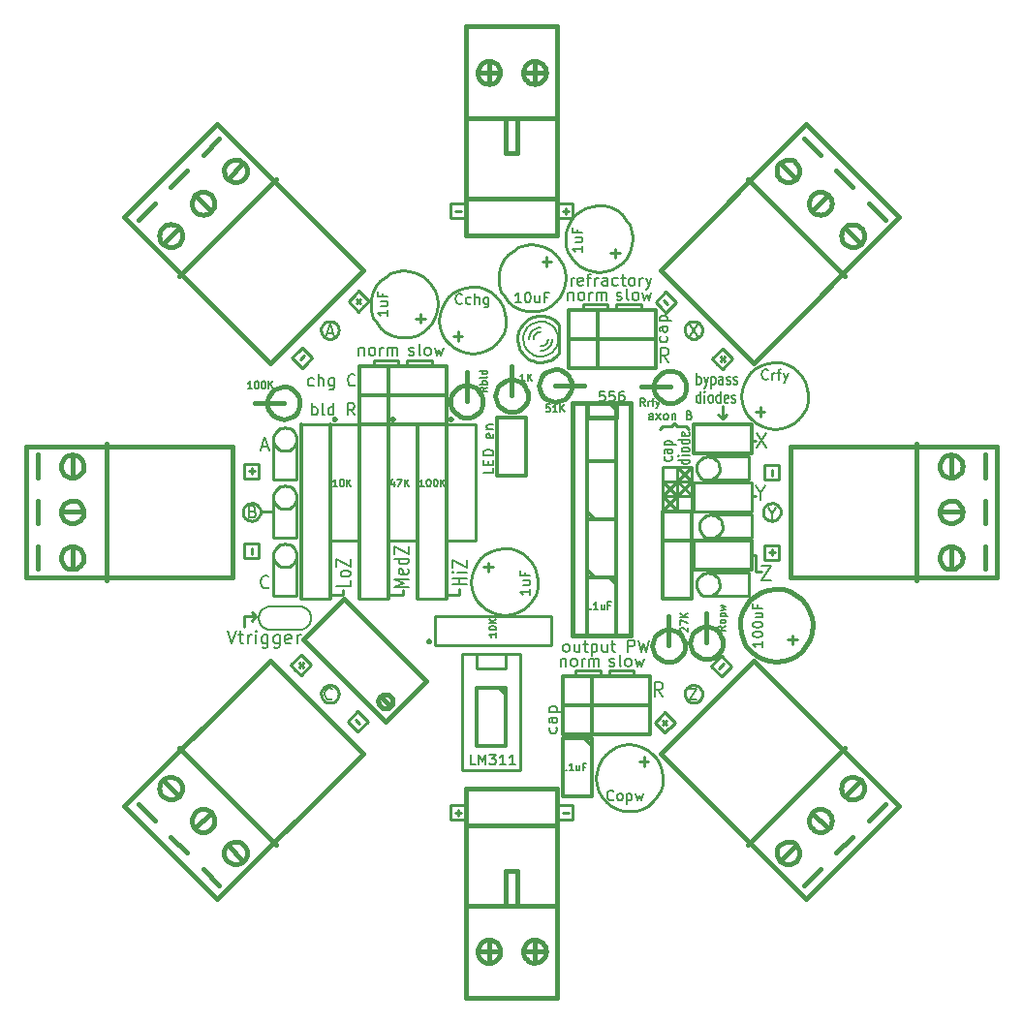
<source format=gto>
G04 (created by PCBNEW-RS274X (2012-apr-16-27)-stable) date Mon 30 Jun 2014 11:26:30 PM CST*
G01*
G70*
G90*
%MOIN*%
G04 Gerber Fmt 3.4, Leading zero omitted, Abs format*
%FSLAX34Y34*%
G04 APERTURE LIST*
%ADD10C,0.006000*%
%ADD11C,0.007500*%
%ADD12C,0.006300*%
%ADD13C,0.008000*%
%ADD14C,0.010000*%
%ADD15C,0.007000*%
%ADD16C,0.015000*%
%ADD17C,0.012000*%
%ADD18C,0.005000*%
G04 APERTURE END LIST*
G54D10*
G54D11*
X50701Y-35842D02*
X50534Y-35842D01*
X50518Y-36008D01*
X50534Y-35992D01*
X50568Y-35975D01*
X50651Y-35975D01*
X50684Y-35992D01*
X50701Y-36008D01*
X50718Y-36042D01*
X50718Y-36125D01*
X50701Y-36158D01*
X50684Y-36175D01*
X50651Y-36192D01*
X50568Y-36192D01*
X50534Y-36175D01*
X50518Y-36158D01*
X51034Y-35842D02*
X50867Y-35842D01*
X50851Y-36008D01*
X50867Y-35992D01*
X50901Y-35975D01*
X50984Y-35975D01*
X51017Y-35992D01*
X51034Y-36008D01*
X51051Y-36042D01*
X51051Y-36125D01*
X51034Y-36158D01*
X51017Y-36175D01*
X50984Y-36192D01*
X50901Y-36192D01*
X50867Y-36175D01*
X50851Y-36158D01*
X51350Y-35842D02*
X51284Y-35842D01*
X51250Y-35858D01*
X51234Y-35875D01*
X51200Y-35925D01*
X51184Y-35992D01*
X51184Y-36125D01*
X51200Y-36158D01*
X51217Y-36175D01*
X51250Y-36192D01*
X51317Y-36192D01*
X51350Y-36175D01*
X51367Y-36158D01*
X51384Y-36125D01*
X51384Y-36042D01*
X51367Y-36008D01*
X51350Y-35992D01*
X51317Y-35975D01*
X51250Y-35975D01*
X51217Y-35992D01*
X51200Y-36008D01*
X51184Y-36042D01*
G54D12*
X50222Y-43327D02*
X50233Y-43339D01*
X50222Y-43351D01*
X50210Y-43339D01*
X50222Y-43327D01*
X50222Y-43351D01*
X50471Y-43351D02*
X50329Y-43351D01*
X50400Y-43351D02*
X50400Y-43101D01*
X50376Y-43137D01*
X50352Y-43161D01*
X50329Y-43173D01*
X50686Y-43185D02*
X50686Y-43351D01*
X50579Y-43185D02*
X50579Y-43315D01*
X50590Y-43339D01*
X50614Y-43351D01*
X50650Y-43351D01*
X50674Y-43339D01*
X50686Y-43327D01*
X50888Y-43220D02*
X50805Y-43220D01*
X50805Y-43351D02*
X50805Y-43101D01*
X50924Y-43101D01*
G54D11*
X56142Y-44441D02*
X56142Y-44641D01*
X56142Y-44541D02*
X55792Y-44541D01*
X55842Y-44575D01*
X55875Y-44608D01*
X55892Y-44641D01*
X55792Y-44225D02*
X55792Y-44192D01*
X55808Y-44158D01*
X55825Y-44142D01*
X55858Y-44125D01*
X55925Y-44108D01*
X56008Y-44108D01*
X56075Y-44125D01*
X56108Y-44142D01*
X56125Y-44158D01*
X56142Y-44192D01*
X56142Y-44225D01*
X56125Y-44258D01*
X56108Y-44275D01*
X56075Y-44292D01*
X56008Y-44308D01*
X55925Y-44308D01*
X55858Y-44292D01*
X55825Y-44275D01*
X55808Y-44258D01*
X55792Y-44225D01*
X55792Y-43892D02*
X55792Y-43859D01*
X55808Y-43825D01*
X55825Y-43809D01*
X55858Y-43792D01*
X55925Y-43775D01*
X56008Y-43775D01*
X56075Y-43792D01*
X56108Y-43809D01*
X56125Y-43825D01*
X56142Y-43859D01*
X56142Y-43892D01*
X56125Y-43925D01*
X56108Y-43942D01*
X56075Y-43959D01*
X56008Y-43975D01*
X55925Y-43975D01*
X55858Y-43959D01*
X55825Y-43942D01*
X55808Y-43925D01*
X55792Y-43892D01*
X55908Y-43476D02*
X56142Y-43476D01*
X55908Y-43626D02*
X56092Y-43626D01*
X56125Y-43609D01*
X56142Y-43576D01*
X56142Y-43526D01*
X56125Y-43492D01*
X56108Y-43476D01*
X55958Y-43192D02*
X55958Y-43309D01*
X56142Y-43309D02*
X55792Y-43309D01*
X55792Y-43142D01*
X56316Y-35408D02*
X56300Y-35425D01*
X56250Y-35442D01*
X56216Y-35442D01*
X56166Y-35425D01*
X56133Y-35392D01*
X56116Y-35358D01*
X56100Y-35292D01*
X56100Y-35242D01*
X56116Y-35175D01*
X56133Y-35142D01*
X56166Y-35108D01*
X56216Y-35092D01*
X56250Y-35092D01*
X56300Y-35108D01*
X56316Y-35125D01*
X56466Y-35442D02*
X56466Y-35208D01*
X56466Y-35275D02*
X56483Y-35242D01*
X56500Y-35225D01*
X56533Y-35208D01*
X56566Y-35208D01*
X56633Y-35208D02*
X56767Y-35208D01*
X56683Y-35442D02*
X56683Y-35142D01*
X56700Y-35108D01*
X56733Y-35092D01*
X56767Y-35092D01*
X56850Y-35208D02*
X56933Y-35442D01*
X57017Y-35208D02*
X56933Y-35442D01*
X56900Y-35525D01*
X56883Y-35542D01*
X56850Y-35558D01*
X49942Y-30858D02*
X49942Y-31058D01*
X49942Y-30958D02*
X49592Y-30958D01*
X49642Y-30992D01*
X49675Y-31025D01*
X49692Y-31058D01*
X49708Y-30559D02*
X49942Y-30559D01*
X49708Y-30709D02*
X49892Y-30709D01*
X49925Y-30692D01*
X49942Y-30659D01*
X49942Y-30609D01*
X49925Y-30575D01*
X49908Y-30559D01*
X49758Y-30275D02*
X49758Y-30392D01*
X49942Y-30392D02*
X49592Y-30392D01*
X49592Y-30225D01*
X47826Y-32792D02*
X47626Y-32792D01*
X47726Y-32792D02*
X47726Y-32442D01*
X47692Y-32492D01*
X47659Y-32525D01*
X47626Y-32542D01*
X48042Y-32442D02*
X48075Y-32442D01*
X48109Y-32458D01*
X48125Y-32475D01*
X48142Y-32508D01*
X48159Y-32575D01*
X48159Y-32658D01*
X48142Y-32725D01*
X48125Y-32758D01*
X48109Y-32775D01*
X48075Y-32792D01*
X48042Y-32792D01*
X48009Y-32775D01*
X47992Y-32758D01*
X47975Y-32725D01*
X47959Y-32658D01*
X47959Y-32575D01*
X47975Y-32508D01*
X47992Y-32475D01*
X48009Y-32458D01*
X48042Y-32442D01*
X48458Y-32558D02*
X48458Y-32792D01*
X48308Y-32558D02*
X48308Y-32742D01*
X48325Y-32775D01*
X48358Y-32792D01*
X48408Y-32792D01*
X48442Y-32775D01*
X48458Y-32758D01*
X48742Y-32608D02*
X48625Y-32608D01*
X48625Y-32792D02*
X48625Y-32442D01*
X48792Y-32442D01*
X45791Y-32808D02*
X45775Y-32825D01*
X45725Y-32842D01*
X45691Y-32842D01*
X45641Y-32825D01*
X45608Y-32792D01*
X45591Y-32758D01*
X45575Y-32692D01*
X45575Y-32642D01*
X45591Y-32575D01*
X45608Y-32542D01*
X45641Y-32508D01*
X45691Y-32492D01*
X45725Y-32492D01*
X45775Y-32508D01*
X45791Y-32525D01*
X46091Y-32825D02*
X46058Y-32842D01*
X45991Y-32842D01*
X45958Y-32825D01*
X45941Y-32808D01*
X45925Y-32775D01*
X45925Y-32675D01*
X45941Y-32642D01*
X45958Y-32625D01*
X45991Y-32608D01*
X46058Y-32608D01*
X46091Y-32625D01*
X46241Y-32842D02*
X46241Y-32492D01*
X46391Y-32842D02*
X46391Y-32658D01*
X46375Y-32625D01*
X46341Y-32608D01*
X46291Y-32608D01*
X46258Y-32625D01*
X46241Y-32642D01*
X46708Y-32608D02*
X46708Y-32892D01*
X46692Y-32925D01*
X46675Y-32942D01*
X46642Y-32958D01*
X46592Y-32958D01*
X46558Y-32942D01*
X46708Y-32825D02*
X46675Y-32842D01*
X46608Y-32842D01*
X46575Y-32825D01*
X46558Y-32808D01*
X46542Y-32775D01*
X46542Y-32675D01*
X46558Y-32642D01*
X46575Y-32625D01*
X46608Y-32608D01*
X46675Y-32608D01*
X46708Y-32625D01*
X43242Y-33058D02*
X43242Y-33258D01*
X43242Y-33158D02*
X42892Y-33158D01*
X42942Y-33192D01*
X42975Y-33225D01*
X42992Y-33258D01*
X43008Y-32759D02*
X43242Y-32759D01*
X43008Y-32909D02*
X43192Y-32909D01*
X43225Y-32892D01*
X43242Y-32859D01*
X43242Y-32809D01*
X43225Y-32775D01*
X43208Y-32759D01*
X43058Y-32475D02*
X43058Y-32592D01*
X43242Y-32592D02*
X42892Y-32592D01*
X42892Y-32425D01*
G54D12*
X38558Y-35751D02*
X38416Y-35751D01*
X38487Y-35751D02*
X38487Y-35501D01*
X38463Y-35537D01*
X38439Y-35561D01*
X38416Y-35573D01*
X38713Y-35501D02*
X38737Y-35501D01*
X38761Y-35513D01*
X38773Y-35525D01*
X38785Y-35549D01*
X38796Y-35596D01*
X38796Y-35656D01*
X38785Y-35704D01*
X38773Y-35727D01*
X38761Y-35739D01*
X38737Y-35751D01*
X38713Y-35751D01*
X38689Y-35739D01*
X38677Y-35727D01*
X38666Y-35704D01*
X38654Y-35656D01*
X38654Y-35596D01*
X38666Y-35549D01*
X38677Y-35525D01*
X38689Y-35513D01*
X38713Y-35501D01*
X38951Y-35501D02*
X38975Y-35501D01*
X38999Y-35513D01*
X39011Y-35525D01*
X39023Y-35549D01*
X39034Y-35596D01*
X39034Y-35656D01*
X39023Y-35704D01*
X39011Y-35727D01*
X38999Y-35739D01*
X38975Y-35751D01*
X38951Y-35751D01*
X38927Y-35739D01*
X38915Y-35727D01*
X38904Y-35704D01*
X38892Y-35656D01*
X38892Y-35596D01*
X38904Y-35549D01*
X38915Y-35525D01*
X38927Y-35513D01*
X38951Y-35501D01*
X39142Y-35751D02*
X39142Y-35501D01*
X39284Y-35751D02*
X39177Y-35608D01*
X39284Y-35501D02*
X39142Y-35644D01*
X46651Y-35714D02*
X46532Y-35797D01*
X46651Y-35856D02*
X46401Y-35856D01*
X46401Y-35761D01*
X46413Y-35737D01*
X46425Y-35726D01*
X46449Y-35714D01*
X46485Y-35714D01*
X46508Y-35726D01*
X46520Y-35737D01*
X46532Y-35761D01*
X46532Y-35856D01*
X46651Y-35606D02*
X46401Y-35606D01*
X46496Y-35606D02*
X46485Y-35583D01*
X46485Y-35535D01*
X46496Y-35511D01*
X46508Y-35499D01*
X46532Y-35487D01*
X46604Y-35487D01*
X46627Y-35499D01*
X46639Y-35511D01*
X46651Y-35535D01*
X46651Y-35583D01*
X46639Y-35606D01*
X46651Y-35345D02*
X46639Y-35369D01*
X46615Y-35380D01*
X46401Y-35380D01*
X46651Y-35142D02*
X46401Y-35142D01*
X46639Y-35142D02*
X46651Y-35166D01*
X46651Y-35214D01*
X46639Y-35238D01*
X46627Y-35249D01*
X46604Y-35261D01*
X46532Y-35261D01*
X46508Y-35249D01*
X46496Y-35238D01*
X46485Y-35214D01*
X46485Y-35166D01*
X46496Y-35142D01*
X47946Y-35501D02*
X47804Y-35501D01*
X47875Y-35501D02*
X47875Y-35251D01*
X47851Y-35287D01*
X47827Y-35311D01*
X47804Y-35323D01*
X48054Y-35501D02*
X48054Y-35251D01*
X48196Y-35501D02*
X48089Y-35358D01*
X48196Y-35251D02*
X48054Y-35394D01*
X52083Y-36351D02*
X52000Y-36232D01*
X51941Y-36351D02*
X51941Y-36101D01*
X52036Y-36101D01*
X52060Y-36113D01*
X52071Y-36125D01*
X52083Y-36149D01*
X52083Y-36185D01*
X52071Y-36208D01*
X52060Y-36220D01*
X52036Y-36232D01*
X51941Y-36232D01*
X52191Y-36351D02*
X52191Y-36185D01*
X52191Y-36232D02*
X52202Y-36208D01*
X52214Y-36196D01*
X52238Y-36185D01*
X52262Y-36185D01*
X52310Y-36185D02*
X52405Y-36185D01*
X52346Y-36351D02*
X52346Y-36137D01*
X52357Y-36113D01*
X52381Y-36101D01*
X52405Y-36101D01*
X52465Y-36185D02*
X52524Y-36351D01*
X52584Y-36185D02*
X52524Y-36351D01*
X52500Y-36411D01*
X52489Y-36423D01*
X52465Y-36435D01*
X48816Y-36301D02*
X48697Y-36301D01*
X48685Y-36420D01*
X48697Y-36408D01*
X48720Y-36396D01*
X48780Y-36396D01*
X48804Y-36408D01*
X48816Y-36420D01*
X48827Y-36444D01*
X48827Y-36504D01*
X48816Y-36527D01*
X48804Y-36539D01*
X48780Y-36551D01*
X48720Y-36551D01*
X48697Y-36539D01*
X48685Y-36527D01*
X49065Y-36551D02*
X48923Y-36551D01*
X48994Y-36551D02*
X48994Y-36301D01*
X48970Y-36337D01*
X48946Y-36361D01*
X48923Y-36373D01*
X49173Y-36551D02*
X49173Y-36301D01*
X49315Y-36551D02*
X49208Y-36408D01*
X49315Y-36301D02*
X49173Y-36444D01*
X54851Y-43930D02*
X54732Y-44013D01*
X54851Y-44072D02*
X54601Y-44072D01*
X54601Y-43977D01*
X54613Y-43953D01*
X54625Y-43942D01*
X54649Y-43930D01*
X54685Y-43930D01*
X54708Y-43942D01*
X54720Y-43953D01*
X54732Y-43977D01*
X54732Y-44072D01*
X54851Y-43787D02*
X54839Y-43811D01*
X54827Y-43822D01*
X54804Y-43834D01*
X54732Y-43834D01*
X54708Y-43822D01*
X54696Y-43811D01*
X54685Y-43787D01*
X54685Y-43751D01*
X54696Y-43727D01*
X54708Y-43715D01*
X54732Y-43703D01*
X54804Y-43703D01*
X54827Y-43715D01*
X54839Y-43727D01*
X54851Y-43751D01*
X54851Y-43787D01*
X54685Y-43596D02*
X54935Y-43596D01*
X54696Y-43596D02*
X54685Y-43573D01*
X54685Y-43525D01*
X54696Y-43501D01*
X54708Y-43489D01*
X54732Y-43477D01*
X54804Y-43477D01*
X54827Y-43489D01*
X54839Y-43501D01*
X54851Y-43525D01*
X54851Y-43573D01*
X54839Y-43596D01*
X54685Y-43394D02*
X54851Y-43347D01*
X54732Y-43299D01*
X54851Y-43251D01*
X54685Y-43204D01*
X53325Y-44115D02*
X53313Y-44103D01*
X53301Y-44080D01*
X53301Y-44020D01*
X53313Y-43996D01*
X53325Y-43984D01*
X53349Y-43973D01*
X53373Y-43973D01*
X53408Y-43984D01*
X53551Y-44127D01*
X53551Y-43973D01*
X53301Y-43889D02*
X53301Y-43723D01*
X53551Y-43830D01*
X53551Y-43627D02*
X53301Y-43627D01*
X53551Y-43485D02*
X53408Y-43592D01*
X53301Y-43485D02*
X53444Y-43627D01*
G54D13*
X50998Y-49888D02*
X50982Y-49905D01*
X50932Y-49922D01*
X50898Y-49922D01*
X50848Y-49905D01*
X50815Y-49872D01*
X50798Y-49838D01*
X50782Y-49772D01*
X50782Y-49722D01*
X50798Y-49655D01*
X50815Y-49622D01*
X50848Y-49588D01*
X50898Y-49572D01*
X50932Y-49572D01*
X50982Y-49588D01*
X50998Y-49605D01*
X51198Y-49922D02*
X51165Y-49905D01*
X51148Y-49888D01*
X51132Y-49855D01*
X51132Y-49755D01*
X51148Y-49722D01*
X51165Y-49705D01*
X51198Y-49688D01*
X51248Y-49688D01*
X51282Y-49705D01*
X51298Y-49722D01*
X51315Y-49755D01*
X51315Y-49855D01*
X51298Y-49888D01*
X51282Y-49905D01*
X51248Y-49922D01*
X51198Y-49922D01*
X51465Y-49688D02*
X51465Y-50038D01*
X51465Y-49705D02*
X51499Y-49688D01*
X51565Y-49688D01*
X51599Y-49705D01*
X51615Y-49722D01*
X51632Y-49755D01*
X51632Y-49855D01*
X51615Y-49888D01*
X51599Y-49905D01*
X51565Y-49922D01*
X51499Y-49922D01*
X51465Y-49905D01*
X51749Y-49688D02*
X51816Y-49922D01*
X51882Y-49755D01*
X51949Y-49922D01*
X52016Y-49688D01*
G54D12*
X49372Y-48877D02*
X49383Y-48889D01*
X49372Y-48901D01*
X49360Y-48889D01*
X49372Y-48877D01*
X49372Y-48901D01*
X49621Y-48901D02*
X49479Y-48901D01*
X49550Y-48901D02*
X49550Y-48651D01*
X49526Y-48687D01*
X49502Y-48711D01*
X49479Y-48723D01*
X49836Y-48735D02*
X49836Y-48901D01*
X49729Y-48735D02*
X49729Y-48865D01*
X49740Y-48889D01*
X49764Y-48901D01*
X49800Y-48901D01*
X49824Y-48889D01*
X49836Y-48877D01*
X50038Y-48770D02*
X49955Y-48770D01*
X49955Y-48901D02*
X49955Y-48651D01*
X50074Y-48651D01*
G54D13*
X46862Y-38487D02*
X46862Y-38654D01*
X46512Y-38654D01*
X46678Y-38371D02*
X46678Y-38254D01*
X46862Y-38204D02*
X46862Y-38371D01*
X46512Y-38371D01*
X46512Y-38204D01*
X46862Y-38054D02*
X46512Y-38054D01*
X46512Y-37970D01*
X46528Y-37920D01*
X46562Y-37887D01*
X46595Y-37870D01*
X46662Y-37854D01*
X46712Y-37854D01*
X46778Y-37870D01*
X46812Y-37887D01*
X46845Y-37920D01*
X46862Y-37970D01*
X46862Y-38054D01*
X46845Y-37303D02*
X46862Y-37337D01*
X46862Y-37403D01*
X46845Y-37437D01*
X46812Y-37453D01*
X46678Y-37453D01*
X46645Y-37437D01*
X46628Y-37403D01*
X46628Y-37337D01*
X46645Y-37303D01*
X46678Y-37287D01*
X46712Y-37287D01*
X46745Y-37453D01*
X46628Y-37137D02*
X46862Y-37137D01*
X46662Y-37137D02*
X46645Y-37120D01*
X46628Y-37087D01*
X46628Y-37037D01*
X46645Y-37003D01*
X46678Y-36987D01*
X46862Y-36987D01*
G54D12*
X44478Y-39121D02*
X44336Y-39121D01*
X44407Y-39121D02*
X44407Y-38871D01*
X44383Y-38907D01*
X44359Y-38931D01*
X44336Y-38943D01*
X44633Y-38871D02*
X44657Y-38871D01*
X44681Y-38883D01*
X44693Y-38895D01*
X44705Y-38919D01*
X44716Y-38966D01*
X44716Y-39026D01*
X44705Y-39074D01*
X44693Y-39097D01*
X44681Y-39109D01*
X44657Y-39121D01*
X44633Y-39121D01*
X44609Y-39109D01*
X44597Y-39097D01*
X44586Y-39074D01*
X44574Y-39026D01*
X44574Y-38966D01*
X44586Y-38919D01*
X44597Y-38895D01*
X44609Y-38883D01*
X44633Y-38871D01*
X44871Y-38871D02*
X44895Y-38871D01*
X44919Y-38883D01*
X44931Y-38895D01*
X44943Y-38919D01*
X44954Y-38966D01*
X44954Y-39026D01*
X44943Y-39074D01*
X44931Y-39097D01*
X44919Y-39109D01*
X44895Y-39121D01*
X44871Y-39121D01*
X44847Y-39109D01*
X44835Y-39097D01*
X44824Y-39074D01*
X44812Y-39026D01*
X44812Y-38966D01*
X44824Y-38919D01*
X44835Y-38895D01*
X44847Y-38883D01*
X44871Y-38871D01*
X45062Y-39121D02*
X45062Y-38871D01*
X45204Y-39121D02*
X45097Y-38978D01*
X45204Y-38871D02*
X45062Y-39014D01*
X43444Y-38965D02*
X43444Y-39131D01*
X43384Y-38869D02*
X43325Y-39048D01*
X43479Y-39048D01*
X43551Y-38881D02*
X43717Y-38881D01*
X43610Y-39131D01*
X43813Y-39131D02*
X43813Y-38881D01*
X43955Y-39131D02*
X43848Y-38988D01*
X43955Y-38881D02*
X43813Y-39024D01*
X41487Y-39121D02*
X41345Y-39121D01*
X41416Y-39121D02*
X41416Y-38871D01*
X41392Y-38907D01*
X41368Y-38931D01*
X41345Y-38943D01*
X41642Y-38871D02*
X41666Y-38871D01*
X41690Y-38883D01*
X41702Y-38895D01*
X41714Y-38919D01*
X41725Y-38966D01*
X41725Y-39026D01*
X41714Y-39074D01*
X41702Y-39097D01*
X41690Y-39109D01*
X41666Y-39121D01*
X41642Y-39121D01*
X41618Y-39109D01*
X41606Y-39097D01*
X41595Y-39074D01*
X41583Y-39026D01*
X41583Y-38966D01*
X41595Y-38919D01*
X41606Y-38895D01*
X41618Y-38883D01*
X41642Y-38871D01*
X41833Y-39121D02*
X41833Y-38871D01*
X41975Y-39121D02*
X41868Y-38978D01*
X41975Y-38871D02*
X41833Y-39014D01*
G54D13*
X48142Y-42658D02*
X48142Y-42858D01*
X48142Y-42758D02*
X47792Y-42758D01*
X47842Y-42792D01*
X47875Y-42825D01*
X47892Y-42858D01*
X47908Y-42359D02*
X48142Y-42359D01*
X47908Y-42509D02*
X48092Y-42509D01*
X48125Y-42492D01*
X48142Y-42459D01*
X48142Y-42409D01*
X48125Y-42375D01*
X48108Y-42359D01*
X47958Y-42075D02*
X47958Y-42192D01*
X48142Y-42192D02*
X47792Y-42192D01*
X47792Y-42025D01*
G54D12*
X46971Y-44163D02*
X46971Y-44305D01*
X46971Y-44234D02*
X46721Y-44234D01*
X46757Y-44258D01*
X46781Y-44282D01*
X46793Y-44305D01*
X46721Y-44008D02*
X46721Y-43984D01*
X46733Y-43960D01*
X46745Y-43948D01*
X46769Y-43936D01*
X46816Y-43925D01*
X46876Y-43925D01*
X46924Y-43936D01*
X46947Y-43948D01*
X46959Y-43960D01*
X46971Y-43984D01*
X46971Y-44008D01*
X46959Y-44032D01*
X46947Y-44044D01*
X46924Y-44055D01*
X46876Y-44067D01*
X46816Y-44067D01*
X46769Y-44055D01*
X46745Y-44044D01*
X46733Y-44032D01*
X46721Y-44008D01*
X46971Y-43817D02*
X46721Y-43817D01*
X46971Y-43675D02*
X46828Y-43782D01*
X46721Y-43675D02*
X46864Y-43817D01*
G54D13*
X46259Y-48692D02*
X46092Y-48692D01*
X46092Y-48342D01*
X46375Y-48692D02*
X46375Y-48342D01*
X46492Y-48592D01*
X46609Y-48342D01*
X46609Y-48692D01*
X46742Y-48342D02*
X46959Y-48342D01*
X46842Y-48475D01*
X46892Y-48475D01*
X46925Y-48492D01*
X46942Y-48508D01*
X46959Y-48542D01*
X46959Y-48625D01*
X46942Y-48658D01*
X46925Y-48675D01*
X46892Y-48692D01*
X46792Y-48692D01*
X46759Y-48675D01*
X46742Y-48658D01*
X47292Y-48692D02*
X47092Y-48692D01*
X47192Y-48692D02*
X47192Y-48342D01*
X47158Y-48392D01*
X47125Y-48425D01*
X47092Y-48442D01*
X47625Y-48692D02*
X47425Y-48692D01*
X47525Y-48692D02*
X47525Y-48342D01*
X47491Y-48392D01*
X47458Y-48425D01*
X47425Y-48442D01*
X39139Y-42589D02*
X39118Y-42611D01*
X39054Y-42632D01*
X39011Y-42632D01*
X38946Y-42611D01*
X38904Y-42568D01*
X38882Y-42525D01*
X38861Y-42439D01*
X38861Y-42375D01*
X38882Y-42289D01*
X38904Y-42246D01*
X38946Y-42204D01*
X39011Y-42182D01*
X39054Y-42182D01*
X39118Y-42204D01*
X39139Y-42225D01*
X38893Y-37754D02*
X39107Y-37754D01*
X38850Y-37882D02*
X39000Y-37432D01*
X39150Y-37882D01*
G54D14*
X38900Y-40000D02*
X39300Y-40000D01*
X38700Y-43600D02*
X38550Y-43750D01*
X38700Y-43600D02*
X38550Y-43450D01*
X38300Y-43600D02*
X38700Y-43600D01*
X38300Y-43950D02*
X38300Y-43600D01*
G54D13*
X37716Y-44082D02*
X37866Y-44532D01*
X38016Y-44082D01*
X38102Y-44232D02*
X38273Y-44232D01*
X38166Y-44082D02*
X38166Y-44468D01*
X38188Y-44511D01*
X38230Y-44532D01*
X38273Y-44532D01*
X38423Y-44532D02*
X38423Y-44232D01*
X38423Y-44318D02*
X38445Y-44275D01*
X38466Y-44254D01*
X38509Y-44232D01*
X38552Y-44232D01*
X38702Y-44532D02*
X38702Y-44232D01*
X38702Y-44082D02*
X38681Y-44104D01*
X38702Y-44125D01*
X38724Y-44104D01*
X38702Y-44082D01*
X38702Y-44125D01*
X39109Y-44232D02*
X39109Y-44596D01*
X39088Y-44639D01*
X39066Y-44661D01*
X39023Y-44682D01*
X38959Y-44682D01*
X38916Y-44661D01*
X39109Y-44511D02*
X39066Y-44532D01*
X38980Y-44532D01*
X38938Y-44511D01*
X38916Y-44489D01*
X38895Y-44446D01*
X38895Y-44318D01*
X38916Y-44275D01*
X38938Y-44254D01*
X38980Y-44232D01*
X39066Y-44232D01*
X39109Y-44254D01*
X39516Y-44232D02*
X39516Y-44596D01*
X39495Y-44639D01*
X39473Y-44661D01*
X39430Y-44682D01*
X39366Y-44682D01*
X39323Y-44661D01*
X39516Y-44511D02*
X39473Y-44532D01*
X39387Y-44532D01*
X39345Y-44511D01*
X39323Y-44489D01*
X39302Y-44446D01*
X39302Y-44318D01*
X39323Y-44275D01*
X39345Y-44254D01*
X39387Y-44232D01*
X39473Y-44232D01*
X39516Y-44254D01*
X39902Y-44511D02*
X39859Y-44532D01*
X39773Y-44532D01*
X39730Y-44511D01*
X39709Y-44468D01*
X39709Y-44296D01*
X39730Y-44254D01*
X39773Y-44232D01*
X39859Y-44232D01*
X39902Y-44254D01*
X39923Y-44296D01*
X39923Y-44339D01*
X39709Y-44382D01*
X40116Y-44532D02*
X40116Y-44232D01*
X40116Y-44318D02*
X40138Y-44275D01*
X40159Y-44254D01*
X40202Y-44232D01*
X40245Y-44232D01*
X53627Y-33542D02*
X53894Y-33942D01*
X53894Y-33542D02*
X53627Y-33942D01*
X53634Y-46092D02*
X53867Y-46092D01*
X53634Y-46442D01*
X53867Y-46442D01*
X41324Y-46424D02*
X41305Y-46443D01*
X41248Y-46462D01*
X41210Y-46462D01*
X41152Y-46443D01*
X41114Y-46405D01*
X41095Y-46367D01*
X41076Y-46290D01*
X41076Y-46233D01*
X41095Y-46157D01*
X41114Y-46119D01*
X41152Y-46081D01*
X41210Y-46062D01*
X41248Y-46062D01*
X41305Y-46081D01*
X41324Y-46100D01*
X38589Y-39992D02*
X38646Y-40011D01*
X38665Y-40030D01*
X38684Y-40069D01*
X38684Y-40126D01*
X38665Y-40164D01*
X38646Y-40183D01*
X38608Y-40202D01*
X38455Y-40202D01*
X38455Y-39802D01*
X38589Y-39802D01*
X38627Y-39821D01*
X38646Y-39840D01*
X38665Y-39878D01*
X38665Y-39916D01*
X38646Y-39954D01*
X38627Y-39973D01*
X38589Y-39992D01*
X38455Y-39992D01*
X41143Y-33854D02*
X41357Y-33854D01*
X41100Y-33982D02*
X41250Y-33532D01*
X41400Y-33982D01*
X56450Y-40051D02*
X56450Y-40242D01*
X56317Y-39842D02*
X56450Y-40051D01*
X56584Y-39842D01*
G54D14*
X55900Y-42050D02*
X56100Y-42050D01*
X55900Y-41500D02*
X55900Y-42050D01*
X55800Y-41500D02*
X55900Y-41500D01*
X55750Y-39450D02*
X55900Y-39450D01*
X55750Y-37550D02*
X55900Y-37550D01*
G54D13*
X56083Y-41852D02*
X56417Y-41852D01*
X56083Y-42352D01*
X56417Y-42352D01*
X56050Y-39364D02*
X56050Y-39602D01*
X55884Y-39102D02*
X56050Y-39364D01*
X56217Y-39102D01*
X55933Y-37302D02*
X56267Y-37802D01*
X56267Y-37302D02*
X55933Y-37802D01*
G54D14*
X54750Y-36800D02*
X54900Y-36650D01*
X54750Y-36800D02*
X54600Y-36650D01*
X54750Y-36350D02*
X54750Y-36800D01*
G54D11*
X52358Y-36821D02*
X52358Y-36664D01*
X52344Y-36636D01*
X52315Y-36621D01*
X52258Y-36621D01*
X52229Y-36636D01*
X52358Y-36807D02*
X52329Y-36821D01*
X52258Y-36821D01*
X52229Y-36807D01*
X52215Y-36779D01*
X52215Y-36750D01*
X52229Y-36721D01*
X52258Y-36707D01*
X52329Y-36707D01*
X52358Y-36693D01*
X52472Y-36821D02*
X52629Y-36621D01*
X52472Y-36621D02*
X52629Y-36821D01*
X52786Y-36821D02*
X52758Y-36807D01*
X52743Y-36793D01*
X52729Y-36764D01*
X52729Y-36679D01*
X52743Y-36650D01*
X52758Y-36636D01*
X52786Y-36621D01*
X52829Y-36621D01*
X52858Y-36636D01*
X52872Y-36650D01*
X52886Y-36679D01*
X52886Y-36764D01*
X52872Y-36793D01*
X52858Y-36807D01*
X52829Y-36821D01*
X52786Y-36821D01*
X53014Y-36621D02*
X53014Y-36821D01*
X53014Y-36650D02*
X53029Y-36636D01*
X53057Y-36621D01*
X53100Y-36621D01*
X53129Y-36636D01*
X53143Y-36664D01*
X53143Y-36821D01*
X53614Y-36664D02*
X53657Y-36679D01*
X53672Y-36693D01*
X53686Y-36721D01*
X53686Y-36764D01*
X53672Y-36793D01*
X53657Y-36807D01*
X53629Y-36821D01*
X53514Y-36821D01*
X53514Y-36521D01*
X53614Y-36521D01*
X53643Y-36536D01*
X53657Y-36550D01*
X53672Y-36579D01*
X53672Y-36607D01*
X53657Y-36636D01*
X53643Y-36650D01*
X53614Y-36664D01*
X53514Y-36664D01*
G54D14*
X53200Y-38950D02*
X53150Y-38950D01*
X53700Y-38450D02*
X53200Y-38950D01*
X53200Y-38450D02*
X53700Y-38950D01*
X53700Y-38950D02*
X53200Y-39450D01*
X53200Y-38950D02*
X53650Y-39400D01*
X53200Y-38950D02*
X52700Y-39450D01*
X52700Y-38950D02*
X53200Y-39450D01*
X52700Y-39450D02*
X53200Y-39950D01*
X53200Y-39450D02*
X52700Y-39950D01*
X53200Y-40000D02*
X53200Y-38450D01*
X53700Y-38450D02*
X53700Y-38950D01*
X52700Y-38450D02*
X53700Y-38450D01*
X52700Y-38950D02*
X52700Y-38450D01*
X53700Y-38950D02*
X53700Y-39450D01*
X52700Y-38950D02*
X53700Y-38950D01*
X52700Y-39450D02*
X52700Y-38950D01*
X52700Y-39450D02*
X52700Y-40000D01*
X53700Y-39450D02*
X52700Y-39450D01*
X53700Y-40000D02*
X53700Y-39450D01*
X53200Y-40000D02*
X53700Y-40000D01*
X52700Y-40000D02*
X53200Y-40000D01*
G54D13*
X52705Y-46352D02*
X52538Y-46114D01*
X52419Y-46352D02*
X52419Y-45852D01*
X52610Y-45852D01*
X52657Y-45876D01*
X52681Y-45900D01*
X52705Y-45948D01*
X52705Y-46019D01*
X52681Y-46067D01*
X52657Y-46090D01*
X52610Y-46114D01*
X52419Y-46114D01*
X49043Y-47416D02*
X49062Y-47454D01*
X49062Y-47531D01*
X49043Y-47569D01*
X49024Y-47588D01*
X48986Y-47607D01*
X48871Y-47607D01*
X48833Y-47588D01*
X48814Y-47569D01*
X48795Y-47531D01*
X48795Y-47454D01*
X48814Y-47416D01*
X49062Y-47073D02*
X48852Y-47073D01*
X48814Y-47092D01*
X48795Y-47130D01*
X48795Y-47207D01*
X48814Y-47245D01*
X49043Y-47073D02*
X49062Y-47111D01*
X49062Y-47207D01*
X49043Y-47245D01*
X49005Y-47264D01*
X48967Y-47264D01*
X48929Y-47245D01*
X48910Y-47207D01*
X48910Y-47111D01*
X48890Y-47073D01*
X48795Y-46883D02*
X49195Y-46883D01*
X48814Y-46883D02*
X48795Y-46845D01*
X48795Y-46768D01*
X48814Y-46730D01*
X48833Y-46711D01*
X48871Y-46692D01*
X48986Y-46692D01*
X49024Y-46711D01*
X49043Y-46730D01*
X49062Y-46768D01*
X49062Y-46845D01*
X49043Y-46883D01*
G54D14*
X51700Y-45450D02*
X51700Y-45650D01*
X50850Y-45450D02*
X51700Y-45450D01*
X50850Y-45650D02*
X50850Y-45450D01*
X50550Y-45450D02*
X50550Y-45600D01*
X49700Y-45450D02*
X50550Y-45450D01*
X49700Y-45650D02*
X49700Y-45450D01*
G54D13*
X50869Y-45293D02*
X50907Y-45312D01*
X50983Y-45312D01*
X51022Y-45293D01*
X51041Y-45255D01*
X51041Y-45236D01*
X51022Y-45198D01*
X50983Y-45179D01*
X50926Y-45179D01*
X50888Y-45160D01*
X50869Y-45121D01*
X50869Y-45102D01*
X50888Y-45064D01*
X50926Y-45045D01*
X50983Y-45045D01*
X51022Y-45064D01*
X51269Y-45312D02*
X51231Y-45293D01*
X51212Y-45255D01*
X51212Y-44912D01*
X51479Y-45312D02*
X51441Y-45293D01*
X51422Y-45274D01*
X51403Y-45236D01*
X51403Y-45121D01*
X51422Y-45083D01*
X51441Y-45064D01*
X51479Y-45045D01*
X51537Y-45045D01*
X51575Y-45064D01*
X51594Y-45083D01*
X51613Y-45121D01*
X51613Y-45236D01*
X51594Y-45274D01*
X51575Y-45293D01*
X51537Y-45312D01*
X51479Y-45312D01*
X51746Y-45045D02*
X51822Y-45312D01*
X51899Y-45121D01*
X51975Y-45312D01*
X52051Y-45045D01*
X49193Y-45045D02*
X49193Y-45312D01*
X49193Y-45083D02*
X49212Y-45064D01*
X49250Y-45045D01*
X49308Y-45045D01*
X49346Y-45064D01*
X49365Y-45102D01*
X49365Y-45312D01*
X49612Y-45312D02*
X49574Y-45293D01*
X49555Y-45274D01*
X49536Y-45236D01*
X49536Y-45121D01*
X49555Y-45083D01*
X49574Y-45064D01*
X49612Y-45045D01*
X49670Y-45045D01*
X49708Y-45064D01*
X49727Y-45083D01*
X49746Y-45121D01*
X49746Y-45236D01*
X49727Y-45274D01*
X49708Y-45293D01*
X49670Y-45312D01*
X49612Y-45312D01*
X49917Y-45312D02*
X49917Y-45045D01*
X49917Y-45121D02*
X49936Y-45083D01*
X49955Y-45064D01*
X49993Y-45045D01*
X50032Y-45045D01*
X50165Y-45312D02*
X50165Y-45045D01*
X50165Y-45083D02*
X50184Y-45064D01*
X50222Y-45045D01*
X50280Y-45045D01*
X50318Y-45064D01*
X50337Y-45102D01*
X50337Y-45312D01*
X50337Y-45102D02*
X50356Y-45064D01*
X50394Y-45045D01*
X50451Y-45045D01*
X50489Y-45064D01*
X50508Y-45102D01*
X50508Y-45312D01*
X49352Y-44812D02*
X49314Y-44793D01*
X49295Y-44774D01*
X49276Y-44736D01*
X49276Y-44621D01*
X49295Y-44583D01*
X49314Y-44564D01*
X49352Y-44545D01*
X49410Y-44545D01*
X49448Y-44564D01*
X49467Y-44583D01*
X49486Y-44621D01*
X49486Y-44736D01*
X49467Y-44774D01*
X49448Y-44793D01*
X49410Y-44812D01*
X49352Y-44812D01*
X49829Y-44545D02*
X49829Y-44812D01*
X49657Y-44545D02*
X49657Y-44755D01*
X49676Y-44793D01*
X49714Y-44812D01*
X49772Y-44812D01*
X49810Y-44793D01*
X49829Y-44774D01*
X49962Y-44545D02*
X50114Y-44545D01*
X50019Y-44412D02*
X50019Y-44755D01*
X50038Y-44793D01*
X50076Y-44812D01*
X50114Y-44812D01*
X50248Y-44545D02*
X50248Y-44945D01*
X50248Y-44564D02*
X50286Y-44545D01*
X50363Y-44545D01*
X50401Y-44564D01*
X50420Y-44583D01*
X50439Y-44621D01*
X50439Y-44736D01*
X50420Y-44774D01*
X50401Y-44793D01*
X50363Y-44812D01*
X50286Y-44812D01*
X50248Y-44793D01*
X50782Y-44545D02*
X50782Y-44812D01*
X50610Y-44545D02*
X50610Y-44755D01*
X50629Y-44793D01*
X50667Y-44812D01*
X50725Y-44812D01*
X50763Y-44793D01*
X50782Y-44774D01*
X50915Y-44545D02*
X51067Y-44545D01*
X50972Y-44412D02*
X50972Y-44755D01*
X50991Y-44793D01*
X51029Y-44812D01*
X51067Y-44812D01*
X51506Y-44812D02*
X51506Y-44412D01*
X51659Y-44412D01*
X51697Y-44431D01*
X51716Y-44450D01*
X51735Y-44488D01*
X51735Y-44545D01*
X51716Y-44583D01*
X51697Y-44602D01*
X51659Y-44621D01*
X51506Y-44621D01*
X51868Y-44412D02*
X51963Y-44812D01*
X52040Y-44526D01*
X52116Y-44812D01*
X52211Y-44412D01*
G54D14*
X52700Y-37050D02*
X52600Y-37150D01*
X53000Y-37050D02*
X52700Y-37050D01*
X53100Y-36950D02*
X53000Y-37050D01*
X53200Y-37050D02*
X53100Y-36950D01*
X53500Y-37050D02*
X53200Y-37050D01*
X53600Y-37150D02*
X53500Y-37050D01*
G54D11*
X53612Y-38206D02*
X53212Y-38206D01*
X53593Y-38206D02*
X53612Y-38235D01*
X53612Y-38292D01*
X53593Y-38320D01*
X53574Y-38335D01*
X53536Y-38349D01*
X53421Y-38349D01*
X53383Y-38335D01*
X53364Y-38320D01*
X53345Y-38292D01*
X53345Y-38235D01*
X53364Y-38206D01*
X53612Y-38064D02*
X53345Y-38064D01*
X53212Y-38064D02*
X53231Y-38078D01*
X53250Y-38064D01*
X53231Y-38049D01*
X53212Y-38064D01*
X53250Y-38064D01*
X53612Y-37878D02*
X53593Y-37906D01*
X53574Y-37921D01*
X53536Y-37935D01*
X53421Y-37935D01*
X53383Y-37921D01*
X53364Y-37906D01*
X53345Y-37878D01*
X53345Y-37835D01*
X53364Y-37806D01*
X53383Y-37792D01*
X53421Y-37778D01*
X53536Y-37778D01*
X53574Y-37792D01*
X53593Y-37806D01*
X53612Y-37835D01*
X53612Y-37878D01*
X53612Y-37521D02*
X53212Y-37521D01*
X53593Y-37521D02*
X53612Y-37550D01*
X53612Y-37607D01*
X53593Y-37635D01*
X53574Y-37650D01*
X53536Y-37664D01*
X53421Y-37664D01*
X53383Y-37650D01*
X53364Y-37635D01*
X53345Y-37607D01*
X53345Y-37550D01*
X53364Y-37521D01*
X53593Y-37264D02*
X53612Y-37293D01*
X53612Y-37350D01*
X53593Y-37379D01*
X53555Y-37393D01*
X53402Y-37393D01*
X53364Y-37379D01*
X53345Y-37350D01*
X53345Y-37293D01*
X53364Y-37264D01*
X53402Y-37250D01*
X53440Y-37250D01*
X53479Y-37393D01*
X52993Y-38099D02*
X53012Y-38128D01*
X53012Y-38185D01*
X52993Y-38213D01*
X52974Y-38228D01*
X52936Y-38242D01*
X52821Y-38242D01*
X52783Y-38228D01*
X52764Y-38213D01*
X52745Y-38185D01*
X52745Y-38128D01*
X52764Y-38099D01*
X53012Y-37842D02*
X52802Y-37842D01*
X52764Y-37856D01*
X52745Y-37885D01*
X52745Y-37942D01*
X52764Y-37971D01*
X52993Y-37842D02*
X53012Y-37871D01*
X53012Y-37942D01*
X52993Y-37971D01*
X52955Y-37985D01*
X52917Y-37985D01*
X52879Y-37971D01*
X52860Y-37942D01*
X52860Y-37871D01*
X52840Y-37842D01*
X52745Y-37700D02*
X53145Y-37700D01*
X52764Y-37700D02*
X52745Y-37671D01*
X52745Y-37614D01*
X52764Y-37585D01*
X52783Y-37571D01*
X52821Y-37557D01*
X52936Y-37557D01*
X52974Y-37571D01*
X52993Y-37585D01*
X53012Y-37614D01*
X53012Y-37671D01*
X52993Y-37700D01*
G54D15*
X53871Y-35612D02*
X53871Y-35212D01*
X53871Y-35364D02*
X53900Y-35345D01*
X53957Y-35345D01*
X53986Y-35364D01*
X54000Y-35383D01*
X54014Y-35421D01*
X54014Y-35536D01*
X54000Y-35574D01*
X53986Y-35593D01*
X53957Y-35612D01*
X53900Y-35612D01*
X53871Y-35593D01*
X54114Y-35345D02*
X54185Y-35612D01*
X54257Y-35345D02*
X54185Y-35612D01*
X54157Y-35707D01*
X54142Y-35726D01*
X54114Y-35745D01*
X54371Y-35345D02*
X54371Y-35745D01*
X54371Y-35364D02*
X54400Y-35345D01*
X54457Y-35345D01*
X54486Y-35364D01*
X54500Y-35383D01*
X54514Y-35421D01*
X54514Y-35536D01*
X54500Y-35574D01*
X54486Y-35593D01*
X54457Y-35612D01*
X54400Y-35612D01*
X54371Y-35593D01*
X54771Y-35612D02*
X54771Y-35402D01*
X54757Y-35364D01*
X54728Y-35345D01*
X54671Y-35345D01*
X54642Y-35364D01*
X54771Y-35593D02*
X54742Y-35612D01*
X54671Y-35612D01*
X54642Y-35593D01*
X54628Y-35555D01*
X54628Y-35517D01*
X54642Y-35479D01*
X54671Y-35460D01*
X54742Y-35460D01*
X54771Y-35440D01*
X54899Y-35593D02*
X54928Y-35612D01*
X54985Y-35612D01*
X55013Y-35593D01*
X55028Y-35555D01*
X55028Y-35536D01*
X55013Y-35498D01*
X54985Y-35479D01*
X54942Y-35479D01*
X54913Y-35460D01*
X54899Y-35421D01*
X54899Y-35402D01*
X54913Y-35364D01*
X54942Y-35345D01*
X54985Y-35345D01*
X55013Y-35364D01*
X55142Y-35593D02*
X55171Y-35612D01*
X55228Y-35612D01*
X55256Y-35593D01*
X55271Y-35555D01*
X55271Y-35536D01*
X55256Y-35498D01*
X55228Y-35479D01*
X55185Y-35479D01*
X55156Y-35460D01*
X55142Y-35421D01*
X55142Y-35402D01*
X55156Y-35364D01*
X55185Y-35345D01*
X55228Y-35345D01*
X55256Y-35364D01*
X54000Y-36242D02*
X54000Y-35842D01*
X54000Y-36223D02*
X53971Y-36242D01*
X53914Y-36242D01*
X53886Y-36223D01*
X53871Y-36204D01*
X53857Y-36166D01*
X53857Y-36051D01*
X53871Y-36013D01*
X53886Y-35994D01*
X53914Y-35975D01*
X53971Y-35975D01*
X54000Y-35994D01*
X54142Y-36242D02*
X54142Y-35975D01*
X54142Y-35842D02*
X54128Y-35861D01*
X54142Y-35880D01*
X54157Y-35861D01*
X54142Y-35842D01*
X54142Y-35880D01*
X54328Y-36242D02*
X54300Y-36223D01*
X54285Y-36204D01*
X54271Y-36166D01*
X54271Y-36051D01*
X54285Y-36013D01*
X54300Y-35994D01*
X54328Y-35975D01*
X54371Y-35975D01*
X54400Y-35994D01*
X54414Y-36013D01*
X54428Y-36051D01*
X54428Y-36166D01*
X54414Y-36204D01*
X54400Y-36223D01*
X54371Y-36242D01*
X54328Y-36242D01*
X54685Y-36242D02*
X54685Y-35842D01*
X54685Y-36223D02*
X54656Y-36242D01*
X54599Y-36242D01*
X54571Y-36223D01*
X54556Y-36204D01*
X54542Y-36166D01*
X54542Y-36051D01*
X54556Y-36013D01*
X54571Y-35994D01*
X54599Y-35975D01*
X54656Y-35975D01*
X54685Y-35994D01*
X54942Y-36223D02*
X54913Y-36242D01*
X54856Y-36242D01*
X54827Y-36223D01*
X54813Y-36185D01*
X54813Y-36032D01*
X54827Y-35994D01*
X54856Y-35975D01*
X54913Y-35975D01*
X54942Y-35994D01*
X54956Y-36032D01*
X54956Y-36070D01*
X54813Y-36109D01*
X55070Y-36223D02*
X55099Y-36242D01*
X55156Y-36242D01*
X55184Y-36223D01*
X55199Y-36185D01*
X55199Y-36166D01*
X55184Y-36128D01*
X55156Y-36109D01*
X55113Y-36109D01*
X55084Y-36090D01*
X55070Y-36051D01*
X55070Y-36032D01*
X55084Y-35994D01*
X55113Y-35975D01*
X55156Y-35975D01*
X55184Y-35994D01*
G54D13*
X49545Y-32212D02*
X49545Y-31945D01*
X49545Y-32021D02*
X49564Y-31983D01*
X49583Y-31964D01*
X49621Y-31945D01*
X49660Y-31945D01*
X49946Y-32193D02*
X49908Y-32212D01*
X49831Y-32212D01*
X49793Y-32193D01*
X49774Y-32155D01*
X49774Y-32002D01*
X49793Y-31964D01*
X49831Y-31945D01*
X49908Y-31945D01*
X49946Y-31964D01*
X49965Y-32002D01*
X49965Y-32040D01*
X49774Y-32079D01*
X50079Y-31945D02*
X50231Y-31945D01*
X50136Y-32212D02*
X50136Y-31869D01*
X50155Y-31831D01*
X50193Y-31812D01*
X50231Y-31812D01*
X50365Y-32212D02*
X50365Y-31945D01*
X50365Y-32021D02*
X50384Y-31983D01*
X50403Y-31964D01*
X50441Y-31945D01*
X50480Y-31945D01*
X50785Y-32212D02*
X50785Y-32002D01*
X50766Y-31964D01*
X50728Y-31945D01*
X50651Y-31945D01*
X50613Y-31964D01*
X50785Y-32193D02*
X50747Y-32212D01*
X50651Y-32212D01*
X50613Y-32193D01*
X50594Y-32155D01*
X50594Y-32117D01*
X50613Y-32079D01*
X50651Y-32060D01*
X50747Y-32060D01*
X50785Y-32040D01*
X51147Y-32193D02*
X51109Y-32212D01*
X51032Y-32212D01*
X50994Y-32193D01*
X50975Y-32174D01*
X50956Y-32136D01*
X50956Y-32021D01*
X50975Y-31983D01*
X50994Y-31964D01*
X51032Y-31945D01*
X51109Y-31945D01*
X51147Y-31964D01*
X51261Y-31945D02*
X51413Y-31945D01*
X51318Y-31812D02*
X51318Y-32155D01*
X51337Y-32193D01*
X51375Y-32212D01*
X51413Y-32212D01*
X51604Y-32212D02*
X51566Y-32193D01*
X51547Y-32174D01*
X51528Y-32136D01*
X51528Y-32021D01*
X51547Y-31983D01*
X51566Y-31964D01*
X51604Y-31945D01*
X51662Y-31945D01*
X51700Y-31964D01*
X51719Y-31983D01*
X51738Y-32021D01*
X51738Y-32136D01*
X51719Y-32174D01*
X51700Y-32193D01*
X51662Y-32212D01*
X51604Y-32212D01*
X51909Y-32212D02*
X51909Y-31945D01*
X51909Y-32021D02*
X51928Y-31983D01*
X51947Y-31964D01*
X51985Y-31945D01*
X52024Y-31945D01*
X52119Y-31945D02*
X52214Y-32212D01*
X52310Y-31945D02*
X52214Y-32212D01*
X52176Y-32307D01*
X52157Y-32326D01*
X52119Y-32345D01*
X52843Y-33966D02*
X52862Y-34004D01*
X52862Y-34081D01*
X52843Y-34119D01*
X52824Y-34138D01*
X52786Y-34157D01*
X52671Y-34157D01*
X52633Y-34138D01*
X52614Y-34119D01*
X52595Y-34081D01*
X52595Y-34004D01*
X52614Y-33966D01*
X52862Y-33623D02*
X52652Y-33623D01*
X52614Y-33642D01*
X52595Y-33680D01*
X52595Y-33757D01*
X52614Y-33795D01*
X52843Y-33623D02*
X52862Y-33661D01*
X52862Y-33757D01*
X52843Y-33795D01*
X52805Y-33814D01*
X52767Y-33814D01*
X52729Y-33795D01*
X52710Y-33757D01*
X52710Y-33661D01*
X52690Y-33623D01*
X52595Y-33433D02*
X52995Y-33433D01*
X52614Y-33433D02*
X52595Y-33395D01*
X52595Y-33318D01*
X52614Y-33280D01*
X52633Y-33261D01*
X52671Y-33242D01*
X52786Y-33242D01*
X52824Y-33261D01*
X52843Y-33280D01*
X52862Y-33318D01*
X52862Y-33395D01*
X52843Y-33433D01*
X52905Y-34852D02*
X52738Y-34614D01*
X52619Y-34852D02*
X52619Y-34352D01*
X52810Y-34352D01*
X52857Y-34376D01*
X52881Y-34400D01*
X52905Y-34448D01*
X52905Y-34519D01*
X52881Y-34567D01*
X52857Y-34590D01*
X52810Y-34614D01*
X52619Y-34614D01*
X49443Y-32445D02*
X49443Y-32712D01*
X49443Y-32483D02*
X49462Y-32464D01*
X49500Y-32445D01*
X49558Y-32445D01*
X49596Y-32464D01*
X49615Y-32502D01*
X49615Y-32712D01*
X49862Y-32712D02*
X49824Y-32693D01*
X49805Y-32674D01*
X49786Y-32636D01*
X49786Y-32521D01*
X49805Y-32483D01*
X49824Y-32464D01*
X49862Y-32445D01*
X49920Y-32445D01*
X49958Y-32464D01*
X49977Y-32483D01*
X49996Y-32521D01*
X49996Y-32636D01*
X49977Y-32674D01*
X49958Y-32693D01*
X49920Y-32712D01*
X49862Y-32712D01*
X50167Y-32712D02*
X50167Y-32445D01*
X50167Y-32521D02*
X50186Y-32483D01*
X50205Y-32464D01*
X50243Y-32445D01*
X50282Y-32445D01*
X50415Y-32712D02*
X50415Y-32445D01*
X50415Y-32483D02*
X50434Y-32464D01*
X50472Y-32445D01*
X50530Y-32445D01*
X50568Y-32464D01*
X50587Y-32502D01*
X50587Y-32712D01*
X50587Y-32502D02*
X50606Y-32464D01*
X50644Y-32445D01*
X50701Y-32445D01*
X50739Y-32464D01*
X50758Y-32502D01*
X50758Y-32712D01*
X51119Y-32693D02*
X51157Y-32712D01*
X51233Y-32712D01*
X51272Y-32693D01*
X51291Y-32655D01*
X51291Y-32636D01*
X51272Y-32598D01*
X51233Y-32579D01*
X51176Y-32579D01*
X51138Y-32560D01*
X51119Y-32521D01*
X51119Y-32502D01*
X51138Y-32464D01*
X51176Y-32445D01*
X51233Y-32445D01*
X51272Y-32464D01*
X51519Y-32712D02*
X51481Y-32693D01*
X51462Y-32655D01*
X51462Y-32312D01*
X51729Y-32712D02*
X51691Y-32693D01*
X51672Y-32674D01*
X51653Y-32636D01*
X51653Y-32521D01*
X51672Y-32483D01*
X51691Y-32464D01*
X51729Y-32445D01*
X51787Y-32445D01*
X51825Y-32464D01*
X51844Y-32483D01*
X51863Y-32521D01*
X51863Y-32636D01*
X51844Y-32674D01*
X51825Y-32693D01*
X51787Y-32712D01*
X51729Y-32712D01*
X51996Y-32445D02*
X52072Y-32712D01*
X52149Y-32521D01*
X52225Y-32712D01*
X52301Y-32445D01*
G54D14*
X49950Y-33050D02*
X49950Y-32850D01*
X49950Y-32850D02*
X50800Y-32850D01*
X50800Y-32850D02*
X50800Y-33000D01*
X51100Y-33050D02*
X51100Y-32850D01*
X51100Y-32850D02*
X51950Y-32850D01*
X51950Y-32850D02*
X51950Y-33050D01*
X44750Y-34800D02*
X44750Y-35000D01*
X43900Y-34800D02*
X44750Y-34800D01*
X43900Y-35000D02*
X43900Y-34800D01*
X43600Y-34800D02*
X43600Y-34950D01*
X42750Y-34800D02*
X43600Y-34800D01*
X42750Y-35000D02*
X42750Y-34800D01*
G54D13*
X40681Y-35643D02*
X40643Y-35662D01*
X40566Y-35662D01*
X40528Y-35643D01*
X40509Y-35624D01*
X40490Y-35586D01*
X40490Y-35471D01*
X40509Y-35433D01*
X40528Y-35414D01*
X40566Y-35395D01*
X40643Y-35395D01*
X40681Y-35414D01*
X40852Y-35662D02*
X40852Y-35262D01*
X41024Y-35662D02*
X41024Y-35452D01*
X41005Y-35414D01*
X40967Y-35395D01*
X40909Y-35395D01*
X40871Y-35414D01*
X40852Y-35433D01*
X41386Y-35395D02*
X41386Y-35719D01*
X41367Y-35757D01*
X41348Y-35776D01*
X41309Y-35795D01*
X41252Y-35795D01*
X41214Y-35776D01*
X41386Y-35643D02*
X41348Y-35662D01*
X41271Y-35662D01*
X41233Y-35643D01*
X41214Y-35624D01*
X41195Y-35586D01*
X41195Y-35471D01*
X41214Y-35433D01*
X41233Y-35414D01*
X41271Y-35395D01*
X41348Y-35395D01*
X41386Y-35414D01*
X42110Y-35624D02*
X42091Y-35643D01*
X42034Y-35662D01*
X41996Y-35662D01*
X41938Y-35643D01*
X41900Y-35605D01*
X41881Y-35567D01*
X41862Y-35490D01*
X41862Y-35433D01*
X41881Y-35357D01*
X41900Y-35319D01*
X41938Y-35281D01*
X41996Y-35262D01*
X42034Y-35262D01*
X42091Y-35281D01*
X42110Y-35300D01*
X40626Y-36662D02*
X40626Y-36262D01*
X40626Y-36414D02*
X40664Y-36395D01*
X40741Y-36395D01*
X40779Y-36414D01*
X40798Y-36433D01*
X40817Y-36471D01*
X40817Y-36586D01*
X40798Y-36624D01*
X40779Y-36643D01*
X40741Y-36662D01*
X40664Y-36662D01*
X40626Y-36643D01*
X41045Y-36662D02*
X41007Y-36643D01*
X40988Y-36605D01*
X40988Y-36262D01*
X41370Y-36662D02*
X41370Y-36262D01*
X41370Y-36643D02*
X41332Y-36662D01*
X41255Y-36662D01*
X41217Y-36643D01*
X41198Y-36624D01*
X41179Y-36586D01*
X41179Y-36471D01*
X41198Y-36433D01*
X41217Y-36414D01*
X41255Y-36395D01*
X41332Y-36395D01*
X41370Y-36414D01*
X42094Y-36662D02*
X41960Y-36471D01*
X41865Y-36662D02*
X41865Y-36262D01*
X42018Y-36262D01*
X42056Y-36281D01*
X42075Y-36300D01*
X42094Y-36338D01*
X42094Y-36395D01*
X42075Y-36433D01*
X42056Y-36452D01*
X42018Y-36471D01*
X41865Y-36471D01*
X43969Y-34593D02*
X44007Y-34612D01*
X44083Y-34612D01*
X44122Y-34593D01*
X44141Y-34555D01*
X44141Y-34536D01*
X44122Y-34498D01*
X44083Y-34479D01*
X44026Y-34479D01*
X43988Y-34460D01*
X43969Y-34421D01*
X43969Y-34402D01*
X43988Y-34364D01*
X44026Y-34345D01*
X44083Y-34345D01*
X44122Y-34364D01*
X44369Y-34612D02*
X44331Y-34593D01*
X44312Y-34555D01*
X44312Y-34212D01*
X44579Y-34612D02*
X44541Y-34593D01*
X44522Y-34574D01*
X44503Y-34536D01*
X44503Y-34421D01*
X44522Y-34383D01*
X44541Y-34364D01*
X44579Y-34345D01*
X44637Y-34345D01*
X44675Y-34364D01*
X44694Y-34383D01*
X44713Y-34421D01*
X44713Y-34536D01*
X44694Y-34574D01*
X44675Y-34593D01*
X44637Y-34612D01*
X44579Y-34612D01*
X44846Y-34345D02*
X44922Y-34612D01*
X44999Y-34421D01*
X45075Y-34612D01*
X45151Y-34345D01*
X42243Y-34345D02*
X42243Y-34612D01*
X42243Y-34383D02*
X42262Y-34364D01*
X42300Y-34345D01*
X42358Y-34345D01*
X42396Y-34364D01*
X42415Y-34402D01*
X42415Y-34612D01*
X42662Y-34612D02*
X42624Y-34593D01*
X42605Y-34574D01*
X42586Y-34536D01*
X42586Y-34421D01*
X42605Y-34383D01*
X42624Y-34364D01*
X42662Y-34345D01*
X42720Y-34345D01*
X42758Y-34364D01*
X42777Y-34383D01*
X42796Y-34421D01*
X42796Y-34536D01*
X42777Y-34574D01*
X42758Y-34593D01*
X42720Y-34612D01*
X42662Y-34612D01*
X42967Y-34612D02*
X42967Y-34345D01*
X42967Y-34421D02*
X42986Y-34383D01*
X43005Y-34364D01*
X43043Y-34345D01*
X43082Y-34345D01*
X43215Y-34612D02*
X43215Y-34345D01*
X43215Y-34383D02*
X43234Y-34364D01*
X43272Y-34345D01*
X43330Y-34345D01*
X43368Y-34364D01*
X43387Y-34402D01*
X43387Y-34612D01*
X43387Y-34402D02*
X43406Y-34364D01*
X43444Y-34345D01*
X43501Y-34345D01*
X43539Y-34364D01*
X43558Y-34402D01*
X43558Y-34612D01*
G54D14*
X45700Y-42850D02*
X45700Y-42650D01*
X45250Y-42850D02*
X45700Y-42850D01*
X43750Y-42850D02*
X43750Y-42700D01*
X43250Y-42850D02*
X43750Y-42850D01*
X41700Y-42850D02*
X41700Y-42700D01*
X41250Y-42850D02*
X41700Y-42850D01*
X44250Y-37000D02*
X45250Y-37000D01*
X42250Y-37000D02*
X43250Y-37000D01*
X40250Y-37000D02*
X41250Y-37000D01*
X44250Y-43000D02*
X45250Y-43000D01*
X42250Y-43000D02*
X43250Y-43000D01*
X40250Y-43000D02*
X41250Y-43000D01*
G54D13*
X41952Y-42347D02*
X41952Y-42538D01*
X41452Y-42538D01*
X41952Y-42157D02*
X41929Y-42195D01*
X41905Y-42214D01*
X41857Y-42233D01*
X41714Y-42233D01*
X41667Y-42214D01*
X41643Y-42195D01*
X41619Y-42157D01*
X41619Y-42099D01*
X41643Y-42061D01*
X41667Y-42042D01*
X41714Y-42023D01*
X41857Y-42023D01*
X41905Y-42042D01*
X41929Y-42061D01*
X41952Y-42099D01*
X41952Y-42157D01*
X41452Y-41890D02*
X41452Y-41623D01*
X41952Y-41890D01*
X41952Y-41623D01*
X43952Y-42576D02*
X43452Y-42576D01*
X43810Y-42442D01*
X43452Y-42309D01*
X43952Y-42309D01*
X43929Y-41966D02*
X43952Y-42004D01*
X43952Y-42081D01*
X43929Y-42119D01*
X43881Y-42138D01*
X43690Y-42138D01*
X43643Y-42119D01*
X43619Y-42081D01*
X43619Y-42004D01*
X43643Y-41966D01*
X43690Y-41947D01*
X43738Y-41947D01*
X43786Y-42138D01*
X43952Y-41604D02*
X43452Y-41604D01*
X43929Y-41604D02*
X43952Y-41642D01*
X43952Y-41719D01*
X43929Y-41757D01*
X43905Y-41776D01*
X43857Y-41795D01*
X43714Y-41795D01*
X43667Y-41776D01*
X43643Y-41757D01*
X43619Y-41719D01*
X43619Y-41642D01*
X43643Y-41604D01*
X43452Y-41452D02*
X43452Y-41185D01*
X43952Y-41452D01*
X43952Y-41185D01*
X45952Y-42500D02*
X45452Y-42500D01*
X45690Y-42500D02*
X45690Y-42271D01*
X45952Y-42271D02*
X45452Y-42271D01*
X45952Y-42081D02*
X45619Y-42081D01*
X45452Y-42081D02*
X45476Y-42100D01*
X45500Y-42081D01*
X45476Y-42062D01*
X45452Y-42081D01*
X45500Y-42081D01*
X45452Y-41929D02*
X45452Y-41662D01*
X45952Y-41929D01*
X45952Y-41662D01*
G54D16*
X42977Y-46341D02*
X43330Y-46695D01*
X43403Y-46518D02*
X43398Y-46566D01*
X43384Y-46612D01*
X43361Y-46655D01*
X43330Y-46693D01*
X43293Y-46724D01*
X43250Y-46747D01*
X43204Y-46761D01*
X43155Y-46766D01*
X43108Y-46762D01*
X43061Y-46748D01*
X43018Y-46726D01*
X42980Y-46695D01*
X42949Y-46658D01*
X42926Y-46616D01*
X42911Y-46569D01*
X42906Y-46521D01*
X42910Y-46474D01*
X42923Y-46427D01*
X42945Y-46384D01*
X42975Y-46346D01*
X43012Y-46314D01*
X43055Y-46290D01*
X43101Y-46275D01*
X43149Y-46270D01*
X43197Y-46273D01*
X43244Y-46286D01*
X43287Y-46308D01*
X43325Y-46338D01*
X43357Y-46375D01*
X43381Y-46417D01*
X43396Y-46463D01*
X43402Y-46512D01*
X43403Y-46518D01*
X44568Y-45811D02*
X41739Y-42982D01*
X41739Y-42982D02*
X40325Y-44396D01*
X40325Y-44396D02*
X43154Y-47225D01*
X43154Y-47225D02*
X44568Y-45811D01*
G54D17*
X53750Y-38000D02*
X53750Y-37000D01*
X53750Y-37000D02*
X55750Y-37000D01*
X55750Y-37000D02*
X55750Y-38000D01*
X55750Y-38000D02*
X53750Y-38000D01*
X53750Y-42000D02*
X53750Y-41000D01*
X53750Y-41000D02*
X55750Y-41000D01*
X55750Y-41000D02*
X55750Y-42000D01*
X55750Y-42000D02*
X53750Y-42000D01*
X47000Y-36750D02*
X48000Y-36750D01*
X48000Y-36750D02*
X48000Y-38750D01*
X48000Y-38750D02*
X47000Y-38750D01*
X47000Y-38750D02*
X47000Y-36750D01*
G54D14*
X49120Y-34550D02*
X49120Y-33550D01*
G54D10*
X48040Y-33666D02*
X48008Y-33708D01*
X47980Y-33752D01*
X47956Y-33799D01*
X47936Y-33847D01*
X47920Y-33897D01*
X47909Y-33948D01*
X47903Y-34000D01*
X47900Y-34050D01*
X47901Y-34050D02*
X47904Y-34102D01*
X47911Y-34154D01*
X47922Y-34205D01*
X47938Y-34254D01*
X47958Y-34303D01*
X47982Y-34349D01*
X48010Y-34393D01*
X48042Y-34435D01*
X48053Y-34447D01*
X49099Y-34050D02*
X49096Y-33998D01*
X49089Y-33946D01*
X49078Y-33895D01*
X49062Y-33846D01*
X49042Y-33797D01*
X49018Y-33751D01*
X48990Y-33707D01*
X48958Y-33665D01*
X48954Y-33661D01*
X48960Y-34434D02*
X48992Y-34392D01*
X49020Y-34348D01*
X49044Y-34301D01*
X49064Y-34253D01*
X49080Y-34203D01*
X49091Y-34152D01*
X49097Y-34100D01*
X49100Y-34050D01*
X48987Y-33701D02*
X48955Y-33660D01*
X48919Y-33622D01*
X48880Y-33587D01*
X48838Y-33555D01*
X48794Y-33528D01*
X48747Y-33504D01*
X48699Y-33485D01*
X48649Y-33469D01*
X48597Y-33459D01*
X48546Y-33452D01*
X48500Y-33450D01*
X48500Y-33450D02*
X48448Y-33453D01*
X48396Y-33460D01*
X48345Y-33471D01*
X48295Y-33487D01*
X48247Y-33507D01*
X48201Y-33531D01*
X48156Y-33559D01*
X48115Y-33591D01*
X48076Y-33626D01*
X48041Y-33665D01*
X48021Y-33690D01*
X48500Y-34649D02*
X48552Y-34646D01*
X48604Y-34639D01*
X48655Y-34628D01*
X48704Y-34612D01*
X48753Y-34592D01*
X48799Y-34568D01*
X48843Y-34540D01*
X48885Y-34508D01*
X48923Y-34473D01*
X48958Y-34435D01*
X48972Y-34417D01*
X48027Y-34418D02*
X48061Y-34458D01*
X48098Y-34495D01*
X48139Y-34528D01*
X48182Y-34558D01*
X48227Y-34584D01*
X48275Y-34605D01*
X48324Y-34623D01*
X48375Y-34636D01*
X48426Y-34645D01*
X48479Y-34649D01*
X48500Y-34650D01*
X48500Y-33800D02*
X48479Y-33801D01*
X48457Y-33804D01*
X48436Y-33809D01*
X48415Y-33816D01*
X48395Y-33824D01*
X48376Y-33834D01*
X48357Y-33846D01*
X48340Y-33859D01*
X48324Y-33874D01*
X48309Y-33890D01*
X48296Y-33907D01*
X48284Y-33926D01*
X48274Y-33945D01*
X48266Y-33965D01*
X48259Y-33986D01*
X48254Y-34007D01*
X48251Y-34029D01*
X48250Y-34050D01*
X48500Y-33650D02*
X48466Y-33652D01*
X48431Y-33657D01*
X48397Y-33664D01*
X48364Y-33675D01*
X48331Y-33688D01*
X48301Y-33704D01*
X48271Y-33723D01*
X48243Y-33744D01*
X48218Y-33768D01*
X48194Y-33793D01*
X48173Y-33821D01*
X48154Y-33851D01*
X48138Y-33881D01*
X48125Y-33914D01*
X48114Y-33947D01*
X48107Y-33981D01*
X48102Y-34016D01*
X48100Y-34050D01*
X48500Y-34300D02*
X48521Y-34299D01*
X48543Y-34296D01*
X48564Y-34291D01*
X48585Y-34284D01*
X48605Y-34276D01*
X48625Y-34266D01*
X48643Y-34254D01*
X48660Y-34241D01*
X48676Y-34226D01*
X48691Y-34210D01*
X48704Y-34193D01*
X48716Y-34174D01*
X48726Y-34155D01*
X48734Y-34135D01*
X48741Y-34114D01*
X48746Y-34093D01*
X48749Y-34071D01*
X48750Y-34050D01*
X48500Y-34450D02*
X48534Y-34448D01*
X48569Y-34443D01*
X48603Y-34436D01*
X48636Y-34425D01*
X48669Y-34412D01*
X48700Y-34396D01*
X48729Y-34377D01*
X48757Y-34356D01*
X48782Y-34332D01*
X48806Y-34307D01*
X48827Y-34279D01*
X48846Y-34249D01*
X48862Y-34219D01*
X48875Y-34186D01*
X48886Y-34153D01*
X48893Y-34119D01*
X48898Y-34084D01*
X48900Y-34050D01*
G54D14*
X49113Y-33537D02*
X49066Y-33486D01*
X49015Y-33439D01*
X48960Y-33396D01*
X48901Y-33358D01*
X48839Y-33326D01*
X48774Y-33299D01*
X48708Y-33278D01*
X48640Y-33263D01*
X48571Y-33254D01*
X48501Y-33251D01*
X48500Y-33250D01*
X48500Y-33251D02*
X48431Y-33255D01*
X48362Y-33264D01*
X48294Y-33279D01*
X48227Y-33300D01*
X48163Y-33326D01*
X48101Y-33359D01*
X48042Y-33396D01*
X47987Y-33438D01*
X47936Y-33486D01*
X47888Y-33537D01*
X47846Y-33592D01*
X47809Y-33651D01*
X47796Y-33674D01*
X48501Y-34847D02*
X48570Y-34844D01*
X48639Y-34835D01*
X48707Y-34820D01*
X48774Y-34799D01*
X48838Y-34772D01*
X48900Y-34740D01*
X48958Y-34702D01*
X49014Y-34660D01*
X49065Y-34613D01*
X49109Y-34565D01*
X47806Y-34447D02*
X47844Y-34506D01*
X47886Y-34562D01*
X47933Y-34613D01*
X47984Y-34661D01*
X48039Y-34703D01*
X48098Y-34741D01*
X48160Y-34773D01*
X48224Y-34800D01*
X48291Y-34822D01*
X48359Y-34837D01*
X48428Y-34846D01*
X48498Y-34849D01*
X48500Y-34850D01*
X47796Y-33671D02*
X47766Y-33734D01*
X47741Y-33799D01*
X47722Y-33866D01*
X47709Y-33935D01*
X47702Y-34004D01*
X47700Y-34050D01*
X47701Y-34050D02*
X47705Y-34119D01*
X47714Y-34188D01*
X47729Y-34256D01*
X47750Y-34323D01*
X47776Y-34387D01*
X47809Y-34449D01*
X47820Y-34468D01*
X47300Y-44900D02*
X47300Y-45400D01*
X47300Y-45400D02*
X46300Y-45400D01*
X46300Y-45400D02*
X46300Y-44900D01*
X47800Y-44900D02*
X47800Y-48900D01*
X47800Y-48900D02*
X45800Y-48900D01*
X45800Y-48900D02*
X45800Y-44900D01*
X45800Y-44900D02*
X47800Y-44900D01*
G54D16*
X51600Y-36250D02*
X51600Y-44250D01*
X49600Y-44250D02*
X49600Y-36250D01*
X49600Y-36250D02*
X51600Y-36250D01*
X51100Y-36250D02*
X51100Y-36750D01*
X51100Y-36750D02*
X50100Y-36750D01*
X50100Y-36750D02*
X50100Y-36250D01*
X51600Y-44250D02*
X49600Y-44250D01*
G54D17*
X50250Y-47820D02*
X50250Y-49800D01*
X50250Y-49800D02*
X49250Y-49800D01*
X49250Y-49800D02*
X49250Y-47800D01*
X49250Y-47800D02*
X50250Y-47800D01*
X50000Y-47800D02*
X50250Y-48050D01*
X47300Y-46070D02*
X47300Y-48050D01*
X47300Y-48050D02*
X46300Y-48050D01*
X46300Y-48050D02*
X46300Y-46050D01*
X46300Y-46050D02*
X47300Y-46050D01*
X47050Y-46050D02*
X47300Y-46300D01*
X51100Y-36270D02*
X51100Y-38250D01*
X51100Y-38250D02*
X50100Y-38250D01*
X50100Y-38250D02*
X50100Y-36250D01*
X50100Y-36250D02*
X51100Y-36250D01*
X50850Y-36250D02*
X51100Y-36500D01*
X50100Y-42230D02*
X50100Y-40250D01*
X50100Y-40250D02*
X51100Y-40250D01*
X51100Y-40250D02*
X51100Y-42250D01*
X51100Y-42250D02*
X50100Y-42250D01*
X50350Y-42250D02*
X50100Y-42000D01*
X51100Y-42270D02*
X51100Y-44250D01*
X51100Y-44250D02*
X50100Y-44250D01*
X50100Y-44250D02*
X50100Y-42250D01*
X50100Y-42250D02*
X51100Y-42250D01*
X50850Y-42250D02*
X51100Y-42500D01*
X50100Y-40230D02*
X50100Y-38250D01*
X50100Y-38250D02*
X51100Y-38250D01*
X51100Y-38250D02*
X51100Y-40250D01*
X51100Y-40250D02*
X50100Y-40250D01*
X50350Y-40250D02*
X50100Y-40000D01*
G54D16*
X49000Y-35650D02*
X50000Y-35650D01*
X49559Y-35650D02*
X49548Y-35758D01*
X49516Y-35863D01*
X49465Y-35959D01*
X49396Y-36043D01*
X49312Y-36113D01*
X49216Y-36165D01*
X49112Y-36197D01*
X49003Y-36208D01*
X48896Y-36199D01*
X48791Y-36168D01*
X48694Y-36117D01*
X48609Y-36049D01*
X48539Y-35965D01*
X48487Y-35870D01*
X48454Y-35766D01*
X48442Y-35657D01*
X48451Y-35550D01*
X48481Y-35445D01*
X48531Y-35348D01*
X48598Y-35262D01*
X48681Y-35191D01*
X48777Y-35138D01*
X48880Y-35105D01*
X48989Y-35092D01*
X49097Y-35100D01*
X49202Y-35129D01*
X49299Y-35179D01*
X49385Y-35246D01*
X49456Y-35328D01*
X49510Y-35423D01*
X49545Y-35527D01*
X49558Y-35635D01*
X49559Y-35650D01*
X52950Y-35700D02*
X51950Y-35700D01*
X53509Y-35700D02*
X53498Y-35808D01*
X53466Y-35913D01*
X53415Y-36009D01*
X53346Y-36093D01*
X53262Y-36163D01*
X53166Y-36215D01*
X53062Y-36247D01*
X52953Y-36258D01*
X52846Y-36249D01*
X52741Y-36218D01*
X52644Y-36167D01*
X52559Y-36099D01*
X52489Y-36015D01*
X52437Y-35920D01*
X52404Y-35816D01*
X52392Y-35707D01*
X52401Y-35600D01*
X52431Y-35495D01*
X52481Y-35398D01*
X52548Y-35312D01*
X52631Y-35241D01*
X52727Y-35188D01*
X52830Y-35155D01*
X52939Y-35142D01*
X53047Y-35150D01*
X53152Y-35179D01*
X53249Y-35229D01*
X53335Y-35296D01*
X53406Y-35378D01*
X53460Y-35473D01*
X53495Y-35577D01*
X53508Y-35685D01*
X53509Y-35700D01*
X52900Y-44600D02*
X52900Y-43600D01*
X53459Y-44600D02*
X53448Y-44708D01*
X53416Y-44813D01*
X53365Y-44909D01*
X53296Y-44993D01*
X53212Y-45063D01*
X53116Y-45115D01*
X53012Y-45147D01*
X52903Y-45158D01*
X52796Y-45149D01*
X52691Y-45118D01*
X52594Y-45067D01*
X52509Y-44999D01*
X52439Y-44915D01*
X52387Y-44820D01*
X52354Y-44716D01*
X52342Y-44607D01*
X52351Y-44500D01*
X52381Y-44395D01*
X52431Y-44298D01*
X52498Y-44212D01*
X52581Y-44141D01*
X52677Y-44088D01*
X52780Y-44055D01*
X52889Y-44042D01*
X52997Y-44050D01*
X53102Y-44079D01*
X53199Y-44129D01*
X53285Y-44196D01*
X53356Y-44278D01*
X53410Y-44373D01*
X53445Y-44477D01*
X53458Y-44585D01*
X53459Y-44600D01*
X54200Y-44500D02*
X54200Y-43500D01*
X54759Y-44500D02*
X54748Y-44608D01*
X54716Y-44713D01*
X54665Y-44809D01*
X54596Y-44893D01*
X54512Y-44963D01*
X54416Y-45015D01*
X54312Y-45047D01*
X54203Y-45058D01*
X54096Y-45049D01*
X53991Y-45018D01*
X53894Y-44967D01*
X53809Y-44899D01*
X53739Y-44815D01*
X53687Y-44720D01*
X53654Y-44616D01*
X53642Y-44507D01*
X53651Y-44400D01*
X53681Y-44295D01*
X53731Y-44198D01*
X53798Y-44112D01*
X53881Y-44041D01*
X53977Y-43988D01*
X54080Y-43955D01*
X54189Y-43942D01*
X54297Y-43950D01*
X54402Y-43979D01*
X54499Y-44029D01*
X54585Y-44096D01*
X54656Y-44178D01*
X54710Y-44273D01*
X54745Y-44377D01*
X54758Y-44485D01*
X54759Y-44500D01*
X39650Y-36250D02*
X38650Y-36250D01*
X40209Y-36250D02*
X40198Y-36358D01*
X40166Y-36463D01*
X40115Y-36559D01*
X40046Y-36643D01*
X39962Y-36713D01*
X39866Y-36765D01*
X39762Y-36797D01*
X39653Y-36808D01*
X39546Y-36799D01*
X39441Y-36768D01*
X39344Y-36717D01*
X39259Y-36649D01*
X39189Y-36565D01*
X39137Y-36470D01*
X39104Y-36366D01*
X39092Y-36257D01*
X39101Y-36150D01*
X39131Y-36045D01*
X39181Y-35948D01*
X39248Y-35862D01*
X39331Y-35791D01*
X39427Y-35738D01*
X39530Y-35705D01*
X39639Y-35692D01*
X39747Y-35700D01*
X39852Y-35729D01*
X39949Y-35779D01*
X40035Y-35846D01*
X40106Y-35928D01*
X40160Y-36023D01*
X40195Y-36127D01*
X40208Y-36235D01*
X40209Y-36250D01*
X45950Y-36200D02*
X45950Y-35200D01*
X46509Y-36200D02*
X46498Y-36308D01*
X46466Y-36413D01*
X46415Y-36509D01*
X46346Y-36593D01*
X46262Y-36663D01*
X46166Y-36715D01*
X46062Y-36747D01*
X45953Y-36758D01*
X45846Y-36749D01*
X45741Y-36718D01*
X45644Y-36667D01*
X45559Y-36599D01*
X45489Y-36515D01*
X45437Y-36420D01*
X45404Y-36316D01*
X45392Y-36207D01*
X45401Y-36100D01*
X45431Y-35995D01*
X45481Y-35898D01*
X45548Y-35812D01*
X45631Y-35741D01*
X45727Y-35688D01*
X45830Y-35655D01*
X45939Y-35642D01*
X46047Y-35650D01*
X46152Y-35679D01*
X46249Y-35729D01*
X46335Y-35796D01*
X46406Y-35878D01*
X46460Y-35973D01*
X46495Y-36077D01*
X46508Y-36185D01*
X46509Y-36200D01*
X47500Y-36000D02*
X47500Y-35000D01*
X48059Y-36000D02*
X48048Y-36108D01*
X48016Y-36213D01*
X47965Y-36309D01*
X47896Y-36393D01*
X47812Y-36463D01*
X47716Y-36515D01*
X47612Y-36547D01*
X47503Y-36558D01*
X47396Y-36549D01*
X47291Y-36518D01*
X47194Y-36467D01*
X47109Y-36399D01*
X47039Y-36315D01*
X46987Y-36220D01*
X46954Y-36116D01*
X46942Y-36007D01*
X46951Y-35900D01*
X46981Y-35795D01*
X47031Y-35698D01*
X47098Y-35612D01*
X47181Y-35541D01*
X47277Y-35488D01*
X47380Y-35455D01*
X47489Y-35442D01*
X47597Y-35450D01*
X47702Y-35479D01*
X47799Y-35529D01*
X47885Y-35596D01*
X47956Y-35678D01*
X48010Y-35773D01*
X48045Y-35877D01*
X48058Y-35985D01*
X48059Y-36000D01*
X57850Y-43900D02*
X57826Y-44142D01*
X57755Y-44376D01*
X57641Y-44591D01*
X57486Y-44780D01*
X57298Y-44936D01*
X57084Y-45052D01*
X56851Y-45124D01*
X56608Y-45149D01*
X56366Y-45127D01*
X56132Y-45058D01*
X55916Y-44945D01*
X55726Y-44793D01*
X55569Y-44606D01*
X55452Y-44392D01*
X55378Y-44159D01*
X55351Y-43917D01*
X55371Y-43675D01*
X55438Y-43440D01*
X55550Y-43223D01*
X55701Y-43032D01*
X55887Y-42874D01*
X56100Y-42755D01*
X56332Y-42680D01*
X56574Y-42651D01*
X56817Y-42669D01*
X57052Y-42735D01*
X57269Y-42845D01*
X57462Y-42995D01*
X57621Y-43180D01*
X57741Y-43392D01*
X57818Y-43624D01*
X57849Y-43866D01*
X57850Y-43900D01*
G54D14*
X57150Y-44250D02*
X57150Y-44550D01*
X57000Y-44400D02*
X57325Y-44400D01*
G54D18*
X39200Y-43250D02*
X40200Y-43250D01*
X39200Y-44050D02*
X40200Y-44050D01*
X39200Y-43250D02*
X39166Y-43252D01*
X39131Y-43257D01*
X39097Y-43264D01*
X39064Y-43275D01*
X39031Y-43288D01*
X39001Y-43304D01*
X38971Y-43323D01*
X38943Y-43344D01*
X38918Y-43368D01*
X38894Y-43393D01*
X38873Y-43421D01*
X38854Y-43451D01*
X38838Y-43481D01*
X38825Y-43514D01*
X38814Y-43547D01*
X38807Y-43581D01*
X38802Y-43616D01*
X38800Y-43650D01*
X38800Y-43650D02*
X38802Y-43684D01*
X38807Y-43719D01*
X38814Y-43753D01*
X38825Y-43786D01*
X38838Y-43819D01*
X38854Y-43849D01*
X38873Y-43879D01*
X38894Y-43907D01*
X38918Y-43932D01*
X38943Y-43956D01*
X38971Y-43977D01*
X39001Y-43996D01*
X39031Y-44012D01*
X39064Y-44025D01*
X39097Y-44036D01*
X39131Y-44043D01*
X39166Y-44048D01*
X39200Y-44050D01*
X40600Y-43650D02*
X40598Y-43616D01*
X40593Y-43581D01*
X40586Y-43547D01*
X40575Y-43514D01*
X40562Y-43481D01*
X40546Y-43451D01*
X40527Y-43421D01*
X40506Y-43393D01*
X40482Y-43368D01*
X40457Y-43344D01*
X40429Y-43323D01*
X40400Y-43304D01*
X40369Y-43288D01*
X40336Y-43275D01*
X40303Y-43264D01*
X40269Y-43257D01*
X40234Y-43252D01*
X40200Y-43250D01*
X40200Y-44050D02*
X40234Y-44048D01*
X40269Y-44043D01*
X40303Y-44036D01*
X40336Y-44025D01*
X40369Y-44012D01*
X40400Y-43996D01*
X40429Y-43977D01*
X40457Y-43956D01*
X40482Y-43932D01*
X40506Y-43907D01*
X40527Y-43879D01*
X40546Y-43849D01*
X40562Y-43819D01*
X40575Y-43786D01*
X40586Y-43753D01*
X40593Y-43719D01*
X40598Y-43684D01*
X40600Y-43650D01*
G54D14*
X55650Y-42100D02*
X55650Y-42900D01*
X55650Y-42900D02*
X54250Y-42900D01*
X55650Y-42100D02*
X54250Y-42100D01*
X54653Y-42500D02*
X54645Y-42578D01*
X54622Y-42653D01*
X54585Y-42723D01*
X54535Y-42783D01*
X54475Y-42834D01*
X54406Y-42871D01*
X54331Y-42894D01*
X54252Y-42902D01*
X54175Y-42895D01*
X54100Y-42873D01*
X54030Y-42837D01*
X53969Y-42787D01*
X53918Y-42727D01*
X53880Y-42658D01*
X53856Y-42583D01*
X53848Y-42505D01*
X53854Y-42428D01*
X53876Y-42352D01*
X53912Y-42282D01*
X53961Y-42221D01*
X54021Y-42170D01*
X54089Y-42131D01*
X54164Y-42107D01*
X54242Y-42098D01*
X54319Y-42104D01*
X54395Y-42125D01*
X54465Y-42160D01*
X54527Y-42209D01*
X54579Y-42268D01*
X54618Y-42337D01*
X54642Y-42411D01*
X54652Y-42489D01*
X54653Y-42500D01*
X40100Y-42900D02*
X39300Y-42900D01*
X39300Y-42900D02*
X39300Y-41500D01*
X40100Y-42900D02*
X40100Y-41500D01*
X40103Y-41500D02*
X40095Y-41578D01*
X40072Y-41653D01*
X40035Y-41723D01*
X39985Y-41783D01*
X39925Y-41834D01*
X39856Y-41871D01*
X39781Y-41894D01*
X39702Y-41902D01*
X39625Y-41895D01*
X39550Y-41873D01*
X39480Y-41837D01*
X39419Y-41787D01*
X39368Y-41727D01*
X39330Y-41658D01*
X39306Y-41583D01*
X39298Y-41505D01*
X39304Y-41428D01*
X39326Y-41352D01*
X39362Y-41282D01*
X39411Y-41221D01*
X39471Y-41170D01*
X39539Y-41131D01*
X39614Y-41107D01*
X39692Y-41098D01*
X39769Y-41104D01*
X39845Y-41125D01*
X39915Y-41160D01*
X39977Y-41209D01*
X40029Y-41268D01*
X40068Y-41337D01*
X40092Y-41411D01*
X40102Y-41489D01*
X40103Y-41500D01*
X55750Y-40100D02*
X55750Y-40900D01*
X55750Y-40900D02*
X54350Y-40900D01*
X55750Y-40100D02*
X54350Y-40100D01*
X54753Y-40500D02*
X54745Y-40578D01*
X54722Y-40653D01*
X54685Y-40723D01*
X54635Y-40783D01*
X54575Y-40834D01*
X54506Y-40871D01*
X54431Y-40894D01*
X54352Y-40902D01*
X54275Y-40895D01*
X54200Y-40873D01*
X54130Y-40837D01*
X54069Y-40787D01*
X54018Y-40727D01*
X53980Y-40658D01*
X53956Y-40583D01*
X53948Y-40505D01*
X53954Y-40428D01*
X53976Y-40352D01*
X54012Y-40282D01*
X54061Y-40221D01*
X54121Y-40170D01*
X54189Y-40131D01*
X54264Y-40107D01*
X54342Y-40098D01*
X54419Y-40104D01*
X54495Y-40125D01*
X54565Y-40160D01*
X54627Y-40209D01*
X54679Y-40268D01*
X54718Y-40337D01*
X54742Y-40411D01*
X54752Y-40489D01*
X54753Y-40500D01*
X40100Y-40900D02*
X39300Y-40900D01*
X39300Y-40900D02*
X39300Y-39500D01*
X40100Y-40900D02*
X40100Y-39500D01*
X40103Y-39500D02*
X40095Y-39578D01*
X40072Y-39653D01*
X40035Y-39723D01*
X39985Y-39783D01*
X39925Y-39834D01*
X39856Y-39871D01*
X39781Y-39894D01*
X39702Y-39902D01*
X39625Y-39895D01*
X39550Y-39873D01*
X39480Y-39837D01*
X39419Y-39787D01*
X39368Y-39727D01*
X39330Y-39658D01*
X39306Y-39583D01*
X39298Y-39505D01*
X39304Y-39428D01*
X39326Y-39352D01*
X39362Y-39282D01*
X39411Y-39221D01*
X39471Y-39170D01*
X39539Y-39131D01*
X39614Y-39107D01*
X39692Y-39098D01*
X39769Y-39104D01*
X39845Y-39125D01*
X39915Y-39160D01*
X39977Y-39209D01*
X40029Y-39268D01*
X40068Y-39337D01*
X40092Y-39411D01*
X40102Y-39489D01*
X40103Y-39500D01*
X55650Y-38100D02*
X55650Y-38900D01*
X55650Y-38900D02*
X54250Y-38900D01*
X55650Y-38100D02*
X54250Y-38100D01*
X54653Y-38500D02*
X54645Y-38578D01*
X54622Y-38653D01*
X54585Y-38723D01*
X54535Y-38783D01*
X54475Y-38834D01*
X54406Y-38871D01*
X54331Y-38894D01*
X54252Y-38902D01*
X54175Y-38895D01*
X54100Y-38873D01*
X54030Y-38837D01*
X53969Y-38787D01*
X53918Y-38727D01*
X53880Y-38658D01*
X53856Y-38583D01*
X53848Y-38505D01*
X53854Y-38428D01*
X53876Y-38352D01*
X53912Y-38282D01*
X53961Y-38221D01*
X54021Y-38170D01*
X54089Y-38131D01*
X54164Y-38107D01*
X54242Y-38098D01*
X54319Y-38104D01*
X54395Y-38125D01*
X54465Y-38160D01*
X54527Y-38209D01*
X54579Y-38268D01*
X54618Y-38337D01*
X54642Y-38411D01*
X54652Y-38489D01*
X54653Y-38500D01*
X40100Y-38900D02*
X39300Y-38900D01*
X39300Y-38900D02*
X39300Y-37500D01*
X40100Y-38900D02*
X40100Y-37500D01*
X40103Y-37500D02*
X40095Y-37578D01*
X40072Y-37653D01*
X40035Y-37723D01*
X39985Y-37783D01*
X39925Y-37834D01*
X39856Y-37871D01*
X39781Y-37894D01*
X39702Y-37902D01*
X39625Y-37895D01*
X39550Y-37873D01*
X39480Y-37837D01*
X39419Y-37787D01*
X39368Y-37727D01*
X39330Y-37658D01*
X39306Y-37583D01*
X39298Y-37505D01*
X39304Y-37428D01*
X39326Y-37352D01*
X39362Y-37282D01*
X39411Y-37221D01*
X39471Y-37170D01*
X39539Y-37131D01*
X39614Y-37107D01*
X39692Y-37098D01*
X39769Y-37104D01*
X39845Y-37125D01*
X39915Y-37160D01*
X39977Y-37209D01*
X40029Y-37268D01*
X40068Y-37337D01*
X40092Y-37411D01*
X40102Y-37489D01*
X40103Y-37500D01*
G54D17*
X40250Y-39000D02*
X40250Y-37000D01*
X41250Y-37000D02*
X41250Y-39000D01*
X42250Y-39000D02*
X42250Y-37000D01*
X43250Y-37000D02*
X43250Y-39000D01*
X44250Y-39000D02*
X44250Y-37000D01*
X45250Y-37000D02*
X45250Y-39000D01*
X40250Y-41000D02*
X40250Y-39000D01*
X41250Y-39000D02*
X41250Y-41000D01*
X42250Y-41000D02*
X42250Y-39000D01*
X43250Y-39000D02*
X43250Y-41000D01*
X44250Y-41000D02*
X44250Y-39000D01*
X45250Y-39000D02*
X45250Y-41000D01*
X40250Y-43000D02*
X40250Y-41000D01*
X41250Y-41000D02*
X41250Y-43000D01*
X42250Y-43000D02*
X42250Y-41000D01*
X43250Y-41000D02*
X43250Y-43000D01*
X44250Y-43000D02*
X44250Y-41000D01*
X45250Y-41000D02*
X45250Y-43000D01*
G54D14*
X52700Y-49150D02*
X52678Y-49373D01*
X52613Y-49588D01*
X52507Y-49786D01*
X52366Y-49960D01*
X52193Y-50103D01*
X51995Y-50210D01*
X51781Y-50276D01*
X51558Y-50299D01*
X51335Y-50279D01*
X51120Y-50216D01*
X50921Y-50112D01*
X50746Y-49971D01*
X50602Y-49799D01*
X50493Y-49603D01*
X50426Y-49389D01*
X50401Y-49166D01*
X50419Y-48943D01*
X50481Y-48727D01*
X50584Y-48528D01*
X50723Y-48352D01*
X50894Y-48206D01*
X51090Y-48097D01*
X51304Y-48027D01*
X51526Y-48001D01*
X51749Y-48018D01*
X51965Y-48078D01*
X52166Y-48180D01*
X52343Y-48318D01*
X52489Y-48488D01*
X52600Y-48683D01*
X52671Y-48896D01*
X52699Y-49118D01*
X52700Y-49150D01*
X51900Y-48600D02*
X52200Y-48600D01*
X52050Y-48750D02*
X52050Y-48425D01*
X47300Y-33400D02*
X47278Y-33623D01*
X47213Y-33838D01*
X47107Y-34036D01*
X46966Y-34210D01*
X46793Y-34353D01*
X46595Y-34460D01*
X46381Y-34526D01*
X46158Y-34549D01*
X45935Y-34529D01*
X45720Y-34466D01*
X45521Y-34362D01*
X45346Y-34221D01*
X45202Y-34049D01*
X45093Y-33853D01*
X45026Y-33639D01*
X45001Y-33416D01*
X45019Y-33193D01*
X45081Y-32977D01*
X45184Y-32778D01*
X45323Y-32602D01*
X45494Y-32456D01*
X45690Y-32347D01*
X45904Y-32277D01*
X46126Y-32251D01*
X46349Y-32268D01*
X46565Y-32328D01*
X46766Y-32430D01*
X46943Y-32568D01*
X47089Y-32738D01*
X47200Y-32933D01*
X47271Y-33146D01*
X47299Y-33368D01*
X47300Y-33400D01*
X45800Y-33950D02*
X45500Y-33950D01*
X45650Y-33800D02*
X45650Y-34125D01*
X44950Y-32850D02*
X44928Y-33073D01*
X44863Y-33288D01*
X44757Y-33486D01*
X44616Y-33660D01*
X44443Y-33803D01*
X44245Y-33910D01*
X44031Y-33976D01*
X43808Y-33999D01*
X43585Y-33979D01*
X43370Y-33916D01*
X43171Y-33812D01*
X42996Y-33671D01*
X42852Y-33499D01*
X42743Y-33303D01*
X42676Y-33089D01*
X42651Y-32866D01*
X42669Y-32643D01*
X42731Y-32427D01*
X42834Y-32228D01*
X42973Y-32052D01*
X43144Y-31906D01*
X43340Y-31797D01*
X43554Y-31727D01*
X43776Y-31701D01*
X43999Y-31718D01*
X44215Y-31778D01*
X44416Y-31880D01*
X44593Y-32018D01*
X44739Y-32188D01*
X44850Y-32383D01*
X44921Y-32596D01*
X44949Y-32818D01*
X44950Y-32850D01*
X44350Y-33200D02*
X44350Y-33500D01*
X44200Y-33350D02*
X44525Y-33350D01*
X48400Y-42400D02*
X48378Y-42623D01*
X48313Y-42838D01*
X48207Y-43036D01*
X48066Y-43210D01*
X47893Y-43353D01*
X47695Y-43460D01*
X47481Y-43526D01*
X47258Y-43549D01*
X47035Y-43529D01*
X46820Y-43466D01*
X46621Y-43362D01*
X46446Y-43221D01*
X46302Y-43049D01*
X46193Y-42853D01*
X46126Y-42639D01*
X46101Y-42416D01*
X46119Y-42193D01*
X46181Y-41977D01*
X46284Y-41778D01*
X46423Y-41602D01*
X46594Y-41456D01*
X46790Y-41347D01*
X47004Y-41277D01*
X47226Y-41251D01*
X47449Y-41268D01*
X47665Y-41328D01*
X47866Y-41430D01*
X48043Y-41568D01*
X48189Y-41738D01*
X48300Y-41933D01*
X48371Y-42146D01*
X48399Y-42368D01*
X48400Y-42400D01*
X46700Y-42050D02*
X46700Y-41750D01*
X46850Y-41900D02*
X46525Y-41900D01*
X51650Y-30600D02*
X51628Y-30823D01*
X51563Y-31038D01*
X51457Y-31236D01*
X51316Y-31410D01*
X51143Y-31553D01*
X50945Y-31660D01*
X50731Y-31726D01*
X50508Y-31749D01*
X50285Y-31729D01*
X50070Y-31666D01*
X49871Y-31562D01*
X49696Y-31421D01*
X49552Y-31249D01*
X49443Y-31053D01*
X49376Y-30839D01*
X49351Y-30616D01*
X49369Y-30393D01*
X49431Y-30177D01*
X49534Y-29978D01*
X49673Y-29802D01*
X49844Y-29656D01*
X50040Y-29547D01*
X50254Y-29477D01*
X50476Y-29451D01*
X50699Y-29468D01*
X50915Y-29528D01*
X51116Y-29630D01*
X51293Y-29768D01*
X51439Y-29938D01*
X51550Y-30133D01*
X51621Y-30346D01*
X51649Y-30568D01*
X51650Y-30600D01*
X51050Y-30950D02*
X51050Y-31250D01*
X50900Y-31100D02*
X51225Y-31100D01*
X49350Y-31950D02*
X49328Y-32173D01*
X49263Y-32388D01*
X49157Y-32586D01*
X49016Y-32760D01*
X48843Y-32903D01*
X48645Y-33010D01*
X48431Y-33076D01*
X48208Y-33099D01*
X47985Y-33079D01*
X47770Y-33016D01*
X47571Y-32912D01*
X47396Y-32771D01*
X47252Y-32599D01*
X47143Y-32403D01*
X47076Y-32189D01*
X47051Y-31966D01*
X47069Y-31743D01*
X47131Y-31527D01*
X47234Y-31328D01*
X47373Y-31152D01*
X47544Y-31006D01*
X47740Y-30897D01*
X47954Y-30827D01*
X48176Y-30801D01*
X48399Y-30818D01*
X48615Y-30878D01*
X48816Y-30980D01*
X48993Y-31118D01*
X49139Y-31288D01*
X49250Y-31483D01*
X49321Y-31696D01*
X49349Y-31918D01*
X49350Y-31950D01*
X48550Y-31400D02*
X48850Y-31400D01*
X48700Y-31550D02*
X48700Y-31225D01*
X57700Y-36000D02*
X57678Y-36223D01*
X57613Y-36438D01*
X57507Y-36636D01*
X57366Y-36810D01*
X57193Y-36953D01*
X56995Y-37060D01*
X56781Y-37126D01*
X56558Y-37149D01*
X56335Y-37129D01*
X56120Y-37066D01*
X55921Y-36962D01*
X55746Y-36821D01*
X55602Y-36649D01*
X55493Y-36453D01*
X55426Y-36239D01*
X55401Y-36016D01*
X55419Y-35793D01*
X55481Y-35577D01*
X55584Y-35378D01*
X55723Y-35202D01*
X55894Y-35056D01*
X56090Y-34947D01*
X56304Y-34877D01*
X56526Y-34851D01*
X56749Y-34868D01*
X56965Y-34928D01*
X57166Y-35030D01*
X57343Y-35168D01*
X57489Y-35338D01*
X57600Y-35533D01*
X57671Y-35746D01*
X57699Y-35968D01*
X57700Y-36000D01*
X56200Y-36550D02*
X55900Y-36550D01*
X56050Y-36400D02*
X56050Y-36725D01*
X53750Y-40000D02*
X53750Y-39000D01*
X53750Y-39000D02*
X55750Y-39000D01*
X55750Y-39000D02*
X55750Y-40000D01*
X55750Y-40000D02*
X53750Y-40000D01*
X45450Y-36800D02*
X45449Y-36809D01*
X45446Y-36819D01*
X45441Y-36827D01*
X45435Y-36835D01*
X45427Y-36841D01*
X45419Y-36846D01*
X45410Y-36848D01*
X45400Y-36849D01*
X45391Y-36849D01*
X45382Y-36846D01*
X45373Y-36841D01*
X45366Y-36835D01*
X45359Y-36828D01*
X45355Y-36819D01*
X45352Y-36810D01*
X45351Y-36800D01*
X45351Y-36791D01*
X45354Y-36782D01*
X45358Y-36773D01*
X45365Y-36766D01*
X45372Y-36759D01*
X45380Y-36755D01*
X45390Y-36752D01*
X45399Y-36751D01*
X45408Y-36751D01*
X45418Y-36754D01*
X45426Y-36758D01*
X45434Y-36764D01*
X45440Y-36772D01*
X45445Y-36780D01*
X45448Y-36789D01*
X45449Y-36799D01*
X45450Y-36800D01*
X46250Y-37000D02*
X45250Y-37000D01*
X45250Y-37000D02*
X45250Y-41000D01*
X45250Y-41000D02*
X46250Y-41000D01*
X46250Y-41000D02*
X46250Y-37000D01*
X43450Y-36800D02*
X43449Y-36809D01*
X43446Y-36819D01*
X43441Y-36827D01*
X43435Y-36835D01*
X43427Y-36841D01*
X43419Y-36846D01*
X43410Y-36848D01*
X43400Y-36849D01*
X43391Y-36849D01*
X43382Y-36846D01*
X43373Y-36841D01*
X43366Y-36835D01*
X43359Y-36828D01*
X43355Y-36819D01*
X43352Y-36810D01*
X43351Y-36800D01*
X43351Y-36791D01*
X43354Y-36782D01*
X43358Y-36773D01*
X43365Y-36766D01*
X43372Y-36759D01*
X43380Y-36755D01*
X43390Y-36752D01*
X43399Y-36751D01*
X43408Y-36751D01*
X43418Y-36754D01*
X43426Y-36758D01*
X43434Y-36764D01*
X43440Y-36772D01*
X43445Y-36780D01*
X43448Y-36789D01*
X43449Y-36799D01*
X43450Y-36800D01*
X44250Y-37000D02*
X43250Y-37000D01*
X43250Y-37000D02*
X43250Y-41000D01*
X43250Y-41000D02*
X44250Y-41000D01*
X44250Y-41000D02*
X44250Y-37000D01*
X44700Y-44450D02*
X44699Y-44459D01*
X44696Y-44469D01*
X44691Y-44477D01*
X44685Y-44485D01*
X44677Y-44491D01*
X44669Y-44496D01*
X44660Y-44498D01*
X44650Y-44499D01*
X44641Y-44499D01*
X44632Y-44496D01*
X44623Y-44491D01*
X44616Y-44485D01*
X44609Y-44478D01*
X44605Y-44469D01*
X44602Y-44460D01*
X44601Y-44450D01*
X44601Y-44441D01*
X44604Y-44432D01*
X44608Y-44423D01*
X44615Y-44416D01*
X44622Y-44409D01*
X44630Y-44405D01*
X44640Y-44402D01*
X44649Y-44401D01*
X44658Y-44401D01*
X44668Y-44404D01*
X44676Y-44408D01*
X44684Y-44414D01*
X44690Y-44422D01*
X44695Y-44430D01*
X44698Y-44439D01*
X44699Y-44449D01*
X44700Y-44450D01*
X44850Y-43600D02*
X44850Y-44600D01*
X44850Y-44600D02*
X48850Y-44600D01*
X48850Y-44600D02*
X48850Y-43600D01*
X48850Y-43600D02*
X44850Y-43600D01*
X41450Y-36800D02*
X41449Y-36809D01*
X41446Y-36819D01*
X41441Y-36827D01*
X41435Y-36835D01*
X41427Y-36841D01*
X41419Y-36846D01*
X41410Y-36848D01*
X41400Y-36849D01*
X41391Y-36849D01*
X41382Y-36846D01*
X41373Y-36841D01*
X41366Y-36835D01*
X41359Y-36828D01*
X41355Y-36819D01*
X41352Y-36810D01*
X41351Y-36800D01*
X41351Y-36791D01*
X41354Y-36782D01*
X41358Y-36773D01*
X41365Y-36766D01*
X41372Y-36759D01*
X41380Y-36755D01*
X41390Y-36752D01*
X41399Y-36751D01*
X41408Y-36751D01*
X41418Y-36754D01*
X41426Y-36758D01*
X41434Y-36764D01*
X41440Y-36772D01*
X41445Y-36780D01*
X41448Y-36789D01*
X41449Y-36799D01*
X41450Y-36800D01*
X42250Y-37000D02*
X41250Y-37000D01*
X41250Y-37000D02*
X41250Y-41000D01*
X41250Y-41000D02*
X42250Y-41000D01*
X42250Y-41000D02*
X42250Y-37000D01*
X45650Y-50450D02*
X45650Y-50250D01*
X45750Y-50350D02*
X45550Y-50350D01*
X49450Y-50350D02*
X49250Y-50350D01*
X45900Y-50600D02*
X45650Y-50600D01*
X45900Y-49850D02*
X45900Y-50100D01*
X45900Y-49600D02*
X45900Y-49850D01*
X45650Y-50100D02*
X45900Y-50100D01*
X45400Y-50100D02*
X45650Y-50100D01*
X45400Y-50600D02*
X45400Y-50100D01*
X45650Y-50600D02*
X45400Y-50600D01*
X49350Y-50600D02*
X49100Y-50600D01*
X49100Y-50100D02*
X49100Y-49600D01*
X49100Y-50100D02*
X49350Y-50100D01*
X49350Y-50100D02*
X49600Y-50100D01*
X49600Y-50100D02*
X49600Y-50350D01*
X49600Y-50350D02*
X49600Y-50600D01*
X49600Y-50600D02*
X49350Y-50600D01*
G54D16*
X47697Y-53543D02*
X47697Y-52362D01*
X47697Y-52362D02*
X47303Y-52362D01*
X47303Y-52362D02*
X47303Y-53543D01*
X47106Y-55118D02*
X46319Y-55118D01*
X48681Y-55118D02*
X47894Y-55118D01*
X46713Y-55512D02*
X46713Y-54724D01*
X48287Y-55512D02*
X48287Y-54724D01*
X48680Y-55118D02*
X48672Y-55194D01*
X48650Y-55267D01*
X48614Y-55335D01*
X48565Y-55394D01*
X48506Y-55443D01*
X48439Y-55480D01*
X48366Y-55502D01*
X48289Y-55510D01*
X48214Y-55504D01*
X48140Y-55482D01*
X48072Y-55446D01*
X48013Y-55398D01*
X47963Y-55340D01*
X47926Y-55272D01*
X47903Y-55199D01*
X47895Y-55123D01*
X47901Y-55048D01*
X47922Y-54974D01*
X47957Y-54906D01*
X48005Y-54845D01*
X48063Y-54796D01*
X48130Y-54758D01*
X48203Y-54735D01*
X48279Y-54726D01*
X48355Y-54731D01*
X48429Y-54752D01*
X48497Y-54787D01*
X48558Y-54834D01*
X48608Y-54892D01*
X48646Y-54959D01*
X48670Y-55031D01*
X48679Y-55108D01*
X48680Y-55118D01*
X47107Y-55118D02*
X47099Y-55194D01*
X47077Y-55268D01*
X47041Y-55336D01*
X46992Y-55395D01*
X46933Y-55444D01*
X46865Y-55481D01*
X46792Y-55503D01*
X46715Y-55511D01*
X46640Y-55505D01*
X46566Y-55483D01*
X46498Y-55447D01*
X46438Y-55399D01*
X46388Y-55340D01*
X46351Y-55273D01*
X46328Y-55199D01*
X46320Y-55123D01*
X46326Y-55047D01*
X46347Y-54973D01*
X46382Y-54905D01*
X46430Y-54845D01*
X46489Y-54795D01*
X46556Y-54757D01*
X46629Y-54734D01*
X46705Y-54725D01*
X46781Y-54730D01*
X46855Y-54751D01*
X46924Y-54786D01*
X46984Y-54833D01*
X47034Y-54891D01*
X47072Y-54958D01*
X47097Y-55031D01*
X47106Y-55107D01*
X47107Y-55118D01*
X45925Y-53543D02*
X49075Y-53543D01*
X49075Y-50787D02*
X45925Y-50787D01*
X45925Y-56705D02*
X45925Y-49508D01*
X45925Y-49508D02*
X49075Y-49508D01*
X49075Y-49507D02*
X49075Y-56704D01*
X49075Y-56705D02*
X45925Y-56705D01*
G54D14*
X49350Y-29550D02*
X49350Y-29750D01*
X49250Y-29650D02*
X49450Y-29650D01*
X45550Y-29650D02*
X45750Y-29650D01*
X49100Y-29400D02*
X49350Y-29400D01*
X49100Y-30150D02*
X49100Y-29900D01*
X49100Y-30400D02*
X49100Y-30150D01*
X49350Y-29900D02*
X49100Y-29900D01*
X49600Y-29900D02*
X49350Y-29900D01*
X49600Y-29400D02*
X49600Y-29900D01*
X49350Y-29400D02*
X49600Y-29400D01*
X45650Y-29400D02*
X45900Y-29400D01*
X45900Y-29900D02*
X45900Y-30400D01*
X45900Y-29900D02*
X45650Y-29900D01*
X45650Y-29900D02*
X45400Y-29900D01*
X45400Y-29900D02*
X45400Y-29650D01*
X45400Y-29650D02*
X45400Y-29400D01*
X45400Y-29400D02*
X45650Y-29400D01*
G54D16*
X47303Y-26457D02*
X47303Y-27638D01*
X47303Y-27638D02*
X47697Y-27638D01*
X47697Y-27638D02*
X47697Y-26457D01*
X47894Y-24882D02*
X48681Y-24882D01*
X46319Y-24882D02*
X47106Y-24882D01*
X48287Y-24488D02*
X48287Y-25276D01*
X46713Y-24488D02*
X46713Y-25276D01*
X47106Y-24882D02*
X47098Y-24958D01*
X47076Y-25031D01*
X47040Y-25099D01*
X46991Y-25158D01*
X46932Y-25207D01*
X46865Y-25244D01*
X46792Y-25266D01*
X46715Y-25274D01*
X46640Y-25268D01*
X46566Y-25246D01*
X46498Y-25210D01*
X46439Y-25162D01*
X46389Y-25104D01*
X46352Y-25036D01*
X46329Y-24963D01*
X46321Y-24887D01*
X46327Y-24812D01*
X46348Y-24738D01*
X46383Y-24670D01*
X46431Y-24609D01*
X46489Y-24560D01*
X46556Y-24522D01*
X46629Y-24499D01*
X46705Y-24490D01*
X46781Y-24495D01*
X46855Y-24516D01*
X46923Y-24551D01*
X46984Y-24598D01*
X47034Y-24656D01*
X47072Y-24723D01*
X47096Y-24795D01*
X47105Y-24872D01*
X47106Y-24882D01*
X48681Y-24882D02*
X48673Y-24958D01*
X48651Y-25032D01*
X48615Y-25100D01*
X48566Y-25159D01*
X48507Y-25208D01*
X48439Y-25245D01*
X48366Y-25267D01*
X48289Y-25275D01*
X48214Y-25269D01*
X48140Y-25247D01*
X48072Y-25211D01*
X48012Y-25163D01*
X47962Y-25104D01*
X47925Y-25037D01*
X47902Y-24963D01*
X47894Y-24887D01*
X47900Y-24811D01*
X47921Y-24737D01*
X47956Y-24669D01*
X48004Y-24609D01*
X48063Y-24559D01*
X48130Y-24521D01*
X48203Y-24498D01*
X48279Y-24489D01*
X48355Y-24494D01*
X48429Y-24515D01*
X48498Y-24550D01*
X48558Y-24597D01*
X48608Y-24655D01*
X48646Y-24722D01*
X48671Y-24795D01*
X48680Y-24871D01*
X48681Y-24882D01*
X49075Y-26457D02*
X45925Y-26457D01*
X45925Y-29213D02*
X49075Y-29213D01*
X49075Y-23295D02*
X49075Y-30492D01*
X49075Y-30492D02*
X45925Y-30492D01*
X45925Y-30493D02*
X45925Y-23296D01*
X45925Y-23295D02*
X49075Y-23295D01*
G54D14*
X41546Y-46258D02*
X41540Y-46317D01*
X41523Y-46373D01*
X41495Y-46426D01*
X41457Y-46472D01*
X41411Y-46510D01*
X41359Y-46538D01*
X41303Y-46555D01*
X41244Y-46561D01*
X41186Y-46556D01*
X41129Y-46539D01*
X41076Y-46512D01*
X41030Y-46475D01*
X40992Y-46429D01*
X40963Y-46377D01*
X40945Y-46321D01*
X40939Y-46262D01*
X40943Y-46204D01*
X40960Y-46147D01*
X40987Y-46094D01*
X41024Y-46047D01*
X41069Y-46009D01*
X41121Y-45980D01*
X41177Y-45962D01*
X41236Y-45955D01*
X41294Y-45959D01*
X41351Y-45975D01*
X41404Y-46002D01*
X41451Y-46038D01*
X41490Y-46083D01*
X41519Y-46135D01*
X41538Y-46191D01*
X41545Y-46250D01*
X41546Y-46258D01*
X40182Y-45338D02*
X40323Y-45197D01*
X40323Y-45338D02*
X40182Y-45197D01*
X41985Y-47354D02*
X42056Y-47424D01*
X40076Y-45444D02*
X40040Y-45409D01*
X42268Y-47283D02*
X42126Y-47141D01*
X42020Y-47389D02*
X42197Y-47566D01*
X42197Y-47566D02*
X42551Y-47212D01*
X42551Y-47212D02*
X42374Y-47035D01*
X42374Y-47035D02*
X42197Y-46859D01*
X42197Y-46859D02*
X41844Y-47212D01*
X41844Y-47212D02*
X41985Y-47354D01*
X39899Y-45268D02*
X40040Y-45409D01*
X40253Y-44914D02*
X39899Y-45268D01*
X40429Y-45091D02*
X40253Y-44914D01*
X40606Y-45268D02*
X40429Y-45091D01*
X40253Y-45621D02*
X40606Y-45268D01*
X40076Y-45444D02*
X40253Y-45621D01*
G54D16*
X36046Y-49784D02*
X35489Y-49227D01*
X36602Y-50898D02*
X37160Y-50340D01*
X38273Y-52011D02*
X37716Y-51454D01*
X36046Y-48114D02*
X39386Y-51454D01*
X35211Y-50619D02*
X34654Y-50062D01*
X36325Y-51733D02*
X35767Y-51175D01*
X37438Y-52846D02*
X36881Y-52289D01*
X38389Y-51733D02*
X38381Y-51809D01*
X38359Y-51883D01*
X38323Y-51951D01*
X38274Y-52010D01*
X38215Y-52059D01*
X38147Y-52096D01*
X38074Y-52118D01*
X37997Y-52126D01*
X37922Y-52120D01*
X37848Y-52098D01*
X37780Y-52062D01*
X37720Y-52014D01*
X37670Y-51955D01*
X37633Y-51888D01*
X37610Y-51814D01*
X37602Y-51738D01*
X37608Y-51662D01*
X37629Y-51588D01*
X37664Y-51520D01*
X37712Y-51460D01*
X37771Y-51410D01*
X37838Y-51372D01*
X37911Y-51349D01*
X37987Y-51340D01*
X38063Y-51345D01*
X38137Y-51366D01*
X38206Y-51401D01*
X38266Y-51448D01*
X38316Y-51506D01*
X38354Y-51573D01*
X38379Y-51646D01*
X38388Y-51722D01*
X38389Y-51733D01*
X36160Y-49505D02*
X36152Y-49581D01*
X36130Y-49654D01*
X36094Y-49722D01*
X36045Y-49781D01*
X35986Y-49830D01*
X35919Y-49867D01*
X35846Y-49889D01*
X35769Y-49897D01*
X35694Y-49891D01*
X35620Y-49869D01*
X35552Y-49833D01*
X35493Y-49785D01*
X35443Y-49727D01*
X35406Y-49659D01*
X35383Y-49586D01*
X35375Y-49510D01*
X35381Y-49435D01*
X35402Y-49361D01*
X35437Y-49293D01*
X35485Y-49232D01*
X35543Y-49183D01*
X35610Y-49145D01*
X35683Y-49122D01*
X35759Y-49113D01*
X35835Y-49118D01*
X35909Y-49139D01*
X35977Y-49174D01*
X36038Y-49221D01*
X36088Y-49279D01*
X36126Y-49346D01*
X36150Y-49418D01*
X36159Y-49495D01*
X36160Y-49505D01*
X37275Y-50619D02*
X37267Y-50695D01*
X37245Y-50769D01*
X37209Y-50837D01*
X37160Y-50896D01*
X37101Y-50945D01*
X37033Y-50982D01*
X36960Y-51004D01*
X36883Y-51012D01*
X36808Y-51006D01*
X36734Y-50984D01*
X36666Y-50948D01*
X36606Y-50900D01*
X36556Y-50841D01*
X36519Y-50774D01*
X36496Y-50700D01*
X36488Y-50624D01*
X36494Y-50548D01*
X36515Y-50474D01*
X36550Y-50406D01*
X36598Y-50346D01*
X36657Y-50296D01*
X36724Y-50258D01*
X36797Y-50235D01*
X36873Y-50226D01*
X36949Y-50231D01*
X37023Y-50252D01*
X37092Y-50287D01*
X37152Y-50334D01*
X37202Y-50392D01*
X37240Y-50459D01*
X37265Y-50532D01*
X37274Y-50608D01*
X37275Y-50619D01*
X34166Y-50132D02*
X39178Y-45121D01*
X39178Y-45121D02*
X42379Y-48322D01*
X42379Y-48322D02*
X37368Y-53334D01*
X37368Y-53334D02*
X34166Y-50132D01*
G54D14*
X38854Y-40000D02*
X38848Y-40059D01*
X38831Y-40115D01*
X38803Y-40168D01*
X38765Y-40214D01*
X38719Y-40252D01*
X38667Y-40280D01*
X38611Y-40297D01*
X38552Y-40303D01*
X38494Y-40298D01*
X38437Y-40281D01*
X38384Y-40254D01*
X38338Y-40217D01*
X38300Y-40171D01*
X38271Y-40119D01*
X38253Y-40063D01*
X38247Y-40004D01*
X38251Y-39946D01*
X38268Y-39889D01*
X38295Y-39836D01*
X38332Y-39789D01*
X38377Y-39751D01*
X38429Y-39722D01*
X38485Y-39704D01*
X38544Y-39697D01*
X38602Y-39701D01*
X38659Y-39717D01*
X38712Y-39744D01*
X38759Y-39780D01*
X38798Y-39825D01*
X38827Y-39877D01*
X38846Y-39933D01*
X38853Y-39992D01*
X38854Y-40000D01*
X38450Y-38600D02*
X38650Y-38600D01*
X38550Y-38700D02*
X38550Y-38500D01*
X38300Y-41300D02*
X38300Y-41400D01*
X38300Y-38600D02*
X38300Y-38550D01*
X38550Y-41450D02*
X38550Y-41250D01*
X38300Y-41350D02*
X38300Y-41600D01*
X38300Y-41600D02*
X38800Y-41600D01*
X38800Y-41600D02*
X38800Y-41350D01*
X38800Y-41350D02*
X38800Y-41100D01*
X38800Y-41100D02*
X38300Y-41100D01*
X38300Y-41100D02*
X38300Y-41300D01*
X38300Y-38350D02*
X38300Y-38550D01*
X38800Y-38350D02*
X38300Y-38350D01*
X38800Y-38600D02*
X38800Y-38350D01*
X38800Y-38850D02*
X38800Y-38600D01*
X38300Y-38850D02*
X38800Y-38850D01*
X38300Y-38600D02*
X38300Y-38850D01*
G54D16*
X32382Y-38819D02*
X32382Y-38031D01*
X31988Y-40000D02*
X32776Y-40000D01*
X32382Y-41969D02*
X32382Y-41181D01*
X33563Y-37638D02*
X33563Y-42362D01*
X31201Y-38819D02*
X31201Y-38031D01*
X31201Y-40394D02*
X31201Y-39606D01*
X31201Y-41969D02*
X31201Y-41181D01*
X32776Y-41575D02*
X32768Y-41651D01*
X32746Y-41725D01*
X32710Y-41793D01*
X32661Y-41852D01*
X32602Y-41901D01*
X32534Y-41938D01*
X32461Y-41960D01*
X32384Y-41968D01*
X32309Y-41962D01*
X32235Y-41940D01*
X32167Y-41904D01*
X32107Y-41856D01*
X32057Y-41797D01*
X32020Y-41730D01*
X31997Y-41656D01*
X31989Y-41580D01*
X31995Y-41504D01*
X32016Y-41430D01*
X32051Y-41362D01*
X32099Y-41302D01*
X32158Y-41252D01*
X32225Y-41214D01*
X32298Y-41191D01*
X32374Y-41182D01*
X32450Y-41187D01*
X32524Y-41208D01*
X32593Y-41243D01*
X32653Y-41290D01*
X32703Y-41348D01*
X32741Y-41415D01*
X32766Y-41488D01*
X32775Y-41564D01*
X32776Y-41575D01*
X32776Y-38425D02*
X32768Y-38501D01*
X32746Y-38575D01*
X32710Y-38643D01*
X32661Y-38702D01*
X32602Y-38751D01*
X32534Y-38788D01*
X32461Y-38810D01*
X32384Y-38818D01*
X32309Y-38812D01*
X32235Y-38790D01*
X32167Y-38754D01*
X32107Y-38706D01*
X32057Y-38647D01*
X32020Y-38580D01*
X31997Y-38506D01*
X31989Y-38430D01*
X31995Y-38354D01*
X32016Y-38280D01*
X32051Y-38212D01*
X32099Y-38152D01*
X32158Y-38102D01*
X32225Y-38064D01*
X32298Y-38041D01*
X32374Y-38032D01*
X32450Y-38037D01*
X32524Y-38058D01*
X32593Y-38093D01*
X32653Y-38140D01*
X32703Y-38198D01*
X32741Y-38265D01*
X32766Y-38338D01*
X32775Y-38414D01*
X32776Y-38425D01*
X32776Y-40000D02*
X32768Y-40076D01*
X32746Y-40150D01*
X32710Y-40218D01*
X32661Y-40277D01*
X32602Y-40326D01*
X32534Y-40363D01*
X32461Y-40385D01*
X32384Y-40393D01*
X32309Y-40387D01*
X32235Y-40365D01*
X32167Y-40329D01*
X32107Y-40281D01*
X32057Y-40222D01*
X32020Y-40155D01*
X31997Y-40081D01*
X31989Y-40005D01*
X31995Y-39929D01*
X32016Y-39855D01*
X32051Y-39787D01*
X32099Y-39727D01*
X32158Y-39677D01*
X32225Y-39639D01*
X32298Y-39616D01*
X32374Y-39607D01*
X32450Y-39612D01*
X32524Y-39633D01*
X32593Y-39668D01*
X32653Y-39715D01*
X32703Y-39773D01*
X32741Y-39840D01*
X32766Y-39913D01*
X32775Y-39989D01*
X32776Y-40000D01*
X30807Y-37736D02*
X37894Y-37736D01*
X37894Y-37736D02*
X37894Y-42264D01*
X37894Y-42264D02*
X30807Y-42264D01*
X30807Y-42264D02*
X30807Y-37736D01*
G54D14*
X41546Y-33742D02*
X41540Y-33801D01*
X41523Y-33857D01*
X41495Y-33910D01*
X41457Y-33956D01*
X41411Y-33994D01*
X41359Y-34022D01*
X41303Y-34039D01*
X41244Y-34045D01*
X41186Y-34040D01*
X41129Y-34023D01*
X41076Y-33996D01*
X41030Y-33959D01*
X40992Y-33913D01*
X40963Y-33861D01*
X40945Y-33805D01*
X40939Y-33746D01*
X40943Y-33688D01*
X40960Y-33631D01*
X40987Y-33578D01*
X41024Y-33531D01*
X41069Y-33493D01*
X41121Y-33464D01*
X41177Y-33446D01*
X41236Y-33439D01*
X41294Y-33443D01*
X41351Y-33459D01*
X41404Y-33486D01*
X41451Y-33522D01*
X41490Y-33567D01*
X41519Y-33619D01*
X41538Y-33675D01*
X41545Y-33734D01*
X41546Y-33742D01*
X42162Y-32682D02*
X42303Y-32823D01*
X42162Y-32823D02*
X42303Y-32682D01*
X40146Y-34485D02*
X40076Y-34556D01*
X42056Y-32576D02*
X42091Y-32540D01*
X40217Y-34768D02*
X40359Y-34626D01*
X40111Y-34520D02*
X39934Y-34697D01*
X39934Y-34697D02*
X40288Y-35051D01*
X40288Y-35051D02*
X40465Y-34874D01*
X40465Y-34874D02*
X40641Y-34697D01*
X40641Y-34697D02*
X40288Y-34344D01*
X40288Y-34344D02*
X40146Y-34485D01*
X42232Y-32399D02*
X42091Y-32540D01*
X42586Y-32753D02*
X42232Y-32399D01*
X42409Y-32929D02*
X42586Y-32753D01*
X42232Y-33106D02*
X42409Y-32929D01*
X41879Y-32753D02*
X42232Y-33106D01*
X42056Y-32576D02*
X41879Y-32753D01*
G54D16*
X37716Y-28546D02*
X38273Y-27989D01*
X36602Y-29102D02*
X37160Y-29660D01*
X35489Y-30773D02*
X36046Y-30216D01*
X39386Y-28546D02*
X36046Y-31886D01*
X36881Y-27711D02*
X37438Y-27154D01*
X35767Y-28825D02*
X36325Y-28267D01*
X34654Y-29938D02*
X35211Y-29381D01*
X36161Y-30495D02*
X36153Y-30571D01*
X36131Y-30645D01*
X36095Y-30713D01*
X36046Y-30772D01*
X35987Y-30821D01*
X35919Y-30858D01*
X35846Y-30880D01*
X35769Y-30888D01*
X35694Y-30882D01*
X35620Y-30860D01*
X35552Y-30824D01*
X35492Y-30776D01*
X35442Y-30717D01*
X35405Y-30650D01*
X35382Y-30576D01*
X35374Y-30500D01*
X35380Y-30424D01*
X35401Y-30350D01*
X35436Y-30282D01*
X35484Y-30222D01*
X35543Y-30172D01*
X35610Y-30134D01*
X35683Y-30111D01*
X35759Y-30102D01*
X35835Y-30107D01*
X35909Y-30128D01*
X35978Y-30163D01*
X36038Y-30210D01*
X36088Y-30268D01*
X36126Y-30335D01*
X36151Y-30408D01*
X36160Y-30484D01*
X36161Y-30495D01*
X38388Y-28267D02*
X38380Y-28343D01*
X38358Y-28416D01*
X38322Y-28484D01*
X38273Y-28543D01*
X38214Y-28592D01*
X38147Y-28629D01*
X38074Y-28651D01*
X37997Y-28659D01*
X37922Y-28653D01*
X37848Y-28631D01*
X37780Y-28595D01*
X37721Y-28547D01*
X37671Y-28489D01*
X37634Y-28421D01*
X37611Y-28348D01*
X37603Y-28272D01*
X37609Y-28197D01*
X37630Y-28123D01*
X37665Y-28055D01*
X37713Y-27994D01*
X37771Y-27945D01*
X37838Y-27907D01*
X37911Y-27884D01*
X37987Y-27875D01*
X38063Y-27880D01*
X38137Y-27901D01*
X38205Y-27936D01*
X38266Y-27983D01*
X38316Y-28041D01*
X38354Y-28108D01*
X38378Y-28180D01*
X38387Y-28257D01*
X38388Y-28267D01*
X37275Y-29381D02*
X37267Y-29457D01*
X37245Y-29531D01*
X37209Y-29599D01*
X37160Y-29658D01*
X37101Y-29707D01*
X37033Y-29744D01*
X36960Y-29766D01*
X36883Y-29774D01*
X36808Y-29768D01*
X36734Y-29746D01*
X36666Y-29710D01*
X36606Y-29662D01*
X36556Y-29603D01*
X36519Y-29536D01*
X36496Y-29462D01*
X36488Y-29386D01*
X36494Y-29310D01*
X36515Y-29236D01*
X36550Y-29168D01*
X36598Y-29108D01*
X36657Y-29058D01*
X36724Y-29020D01*
X36797Y-28997D01*
X36873Y-28988D01*
X36949Y-28993D01*
X37023Y-29014D01*
X37092Y-29049D01*
X37152Y-29096D01*
X37202Y-29154D01*
X37240Y-29221D01*
X37265Y-29294D01*
X37274Y-29370D01*
X37275Y-29381D01*
X37368Y-26666D02*
X42379Y-31678D01*
X42379Y-31678D02*
X39178Y-34879D01*
X39178Y-34879D02*
X34166Y-29868D01*
X34166Y-29868D02*
X37368Y-26666D01*
G54D14*
X54062Y-33742D02*
X54056Y-33801D01*
X54039Y-33857D01*
X54011Y-33910D01*
X53973Y-33956D01*
X53927Y-33994D01*
X53875Y-34022D01*
X53819Y-34039D01*
X53760Y-34045D01*
X53702Y-34040D01*
X53645Y-34023D01*
X53592Y-33996D01*
X53546Y-33959D01*
X53508Y-33913D01*
X53479Y-33861D01*
X53461Y-33805D01*
X53455Y-33746D01*
X53459Y-33688D01*
X53476Y-33631D01*
X53503Y-33578D01*
X53540Y-33531D01*
X53585Y-33493D01*
X53637Y-33464D01*
X53693Y-33446D01*
X53752Y-33439D01*
X53810Y-33443D01*
X53867Y-33459D01*
X53920Y-33486D01*
X53967Y-33522D01*
X54006Y-33567D01*
X54035Y-33619D01*
X54054Y-33675D01*
X54061Y-33734D01*
X54062Y-33742D01*
X54818Y-34662D02*
X54677Y-34803D01*
X54677Y-34662D02*
X54818Y-34803D01*
X53015Y-32646D02*
X52944Y-32576D01*
X54924Y-34556D02*
X54960Y-34591D01*
X52732Y-32717D02*
X52874Y-32859D01*
X52980Y-32611D02*
X52803Y-32434D01*
X52803Y-32434D02*
X52449Y-32788D01*
X52449Y-32788D02*
X52626Y-32965D01*
X52626Y-32965D02*
X52803Y-33141D01*
X52803Y-33141D02*
X53156Y-32788D01*
X53156Y-32788D02*
X53015Y-32646D01*
X55101Y-34732D02*
X54960Y-34591D01*
X54747Y-35086D02*
X55101Y-34732D01*
X54571Y-34909D02*
X54747Y-35086D01*
X54394Y-34732D02*
X54571Y-34909D01*
X54747Y-34379D02*
X54394Y-34732D01*
X54924Y-34556D02*
X54747Y-34379D01*
G54D16*
X58954Y-30216D02*
X59511Y-30773D01*
X58398Y-29102D02*
X57840Y-29660D01*
X56727Y-27989D02*
X57284Y-28546D01*
X58954Y-31886D02*
X55614Y-28546D01*
X59789Y-29381D02*
X60346Y-29938D01*
X58675Y-28267D02*
X59233Y-28825D01*
X57562Y-27154D02*
X58119Y-27711D01*
X57399Y-28267D02*
X57391Y-28343D01*
X57369Y-28417D01*
X57333Y-28485D01*
X57284Y-28544D01*
X57225Y-28593D01*
X57157Y-28630D01*
X57084Y-28652D01*
X57007Y-28660D01*
X56932Y-28654D01*
X56858Y-28632D01*
X56790Y-28596D01*
X56730Y-28548D01*
X56680Y-28489D01*
X56643Y-28422D01*
X56620Y-28348D01*
X56612Y-28272D01*
X56618Y-28196D01*
X56639Y-28122D01*
X56674Y-28054D01*
X56722Y-27994D01*
X56781Y-27944D01*
X56848Y-27906D01*
X56921Y-27883D01*
X56997Y-27874D01*
X57073Y-27879D01*
X57147Y-27900D01*
X57216Y-27935D01*
X57276Y-27982D01*
X57326Y-28040D01*
X57364Y-28107D01*
X57389Y-28180D01*
X57398Y-28256D01*
X57399Y-28267D01*
X59626Y-30495D02*
X59618Y-30571D01*
X59596Y-30644D01*
X59560Y-30712D01*
X59511Y-30771D01*
X59452Y-30820D01*
X59385Y-30857D01*
X59312Y-30879D01*
X59235Y-30887D01*
X59160Y-30881D01*
X59086Y-30859D01*
X59018Y-30823D01*
X58959Y-30775D01*
X58909Y-30717D01*
X58872Y-30649D01*
X58849Y-30576D01*
X58841Y-30500D01*
X58847Y-30425D01*
X58868Y-30351D01*
X58903Y-30283D01*
X58951Y-30222D01*
X59009Y-30173D01*
X59076Y-30135D01*
X59149Y-30112D01*
X59225Y-30103D01*
X59301Y-30108D01*
X59375Y-30129D01*
X59443Y-30164D01*
X59504Y-30211D01*
X59554Y-30269D01*
X59592Y-30336D01*
X59616Y-30408D01*
X59625Y-30485D01*
X59626Y-30495D01*
X58513Y-29381D02*
X58505Y-29457D01*
X58483Y-29531D01*
X58447Y-29599D01*
X58398Y-29658D01*
X58339Y-29707D01*
X58271Y-29744D01*
X58198Y-29766D01*
X58121Y-29774D01*
X58046Y-29768D01*
X57972Y-29746D01*
X57904Y-29710D01*
X57844Y-29662D01*
X57794Y-29603D01*
X57757Y-29536D01*
X57734Y-29462D01*
X57726Y-29386D01*
X57732Y-29310D01*
X57753Y-29236D01*
X57788Y-29168D01*
X57836Y-29108D01*
X57895Y-29058D01*
X57962Y-29020D01*
X58035Y-28997D01*
X58111Y-28988D01*
X58187Y-28993D01*
X58261Y-29014D01*
X58330Y-29049D01*
X58390Y-29096D01*
X58440Y-29154D01*
X58478Y-29221D01*
X58503Y-29294D01*
X58512Y-29370D01*
X58513Y-29381D01*
X60834Y-29868D02*
X55822Y-34879D01*
X55822Y-34879D02*
X52621Y-31678D01*
X52621Y-31678D02*
X57632Y-26666D01*
X57632Y-26666D02*
X60834Y-29868D01*
G54D14*
X56754Y-40000D02*
X56748Y-40059D01*
X56731Y-40115D01*
X56703Y-40168D01*
X56665Y-40214D01*
X56619Y-40252D01*
X56567Y-40280D01*
X56511Y-40297D01*
X56452Y-40303D01*
X56394Y-40298D01*
X56337Y-40281D01*
X56284Y-40254D01*
X56238Y-40217D01*
X56200Y-40171D01*
X56171Y-40119D01*
X56153Y-40063D01*
X56147Y-40004D01*
X56151Y-39946D01*
X56168Y-39889D01*
X56195Y-39836D01*
X56232Y-39789D01*
X56277Y-39751D01*
X56329Y-39722D01*
X56385Y-39704D01*
X56444Y-39697D01*
X56502Y-39701D01*
X56559Y-39717D01*
X56612Y-39744D01*
X56659Y-39780D01*
X56698Y-39825D01*
X56727Y-39877D01*
X56746Y-39933D01*
X56753Y-39992D01*
X56754Y-40000D01*
X56550Y-41400D02*
X56350Y-41400D01*
X56450Y-41300D02*
X56450Y-41500D01*
X56700Y-38700D02*
X56700Y-38600D01*
X56700Y-41400D02*
X56700Y-41450D01*
X56450Y-38550D02*
X56450Y-38750D01*
X56700Y-38650D02*
X56700Y-38400D01*
X56700Y-38400D02*
X56200Y-38400D01*
X56200Y-38400D02*
X56200Y-38650D01*
X56200Y-38650D02*
X56200Y-38900D01*
X56200Y-38900D02*
X56700Y-38900D01*
X56700Y-38900D02*
X56700Y-38700D01*
X56700Y-41650D02*
X56700Y-41450D01*
X56200Y-41650D02*
X56700Y-41650D01*
X56200Y-41400D02*
X56200Y-41650D01*
X56200Y-41150D02*
X56200Y-41400D01*
X56700Y-41150D02*
X56200Y-41150D01*
X56700Y-41400D02*
X56700Y-41150D01*
G54D16*
X62618Y-41181D02*
X62618Y-41969D01*
X63012Y-40000D02*
X62224Y-40000D01*
X62618Y-38031D02*
X62618Y-38819D01*
X61437Y-42362D02*
X61437Y-37638D01*
X63799Y-41181D02*
X63799Y-41969D01*
X63799Y-39606D02*
X63799Y-40394D01*
X63799Y-38031D02*
X63799Y-38819D01*
X63012Y-38425D02*
X63004Y-38501D01*
X62982Y-38575D01*
X62946Y-38643D01*
X62897Y-38702D01*
X62838Y-38751D01*
X62770Y-38788D01*
X62697Y-38810D01*
X62620Y-38818D01*
X62545Y-38812D01*
X62471Y-38790D01*
X62403Y-38754D01*
X62343Y-38706D01*
X62293Y-38647D01*
X62256Y-38580D01*
X62233Y-38506D01*
X62225Y-38430D01*
X62231Y-38354D01*
X62252Y-38280D01*
X62287Y-38212D01*
X62335Y-38152D01*
X62394Y-38102D01*
X62461Y-38064D01*
X62534Y-38041D01*
X62610Y-38032D01*
X62686Y-38037D01*
X62760Y-38058D01*
X62829Y-38093D01*
X62889Y-38140D01*
X62939Y-38198D01*
X62977Y-38265D01*
X63002Y-38338D01*
X63011Y-38414D01*
X63012Y-38425D01*
X63012Y-41575D02*
X63004Y-41651D01*
X62982Y-41725D01*
X62946Y-41793D01*
X62897Y-41852D01*
X62838Y-41901D01*
X62770Y-41938D01*
X62697Y-41960D01*
X62620Y-41968D01*
X62545Y-41962D01*
X62471Y-41940D01*
X62403Y-41904D01*
X62343Y-41856D01*
X62293Y-41797D01*
X62256Y-41730D01*
X62233Y-41656D01*
X62225Y-41580D01*
X62231Y-41504D01*
X62252Y-41430D01*
X62287Y-41362D01*
X62335Y-41302D01*
X62394Y-41252D01*
X62461Y-41214D01*
X62534Y-41191D01*
X62610Y-41182D01*
X62686Y-41187D01*
X62760Y-41208D01*
X62829Y-41243D01*
X62889Y-41290D01*
X62939Y-41348D01*
X62977Y-41415D01*
X63002Y-41488D01*
X63011Y-41564D01*
X63012Y-41575D01*
X63012Y-40000D02*
X63004Y-40076D01*
X62982Y-40150D01*
X62946Y-40218D01*
X62897Y-40277D01*
X62838Y-40326D01*
X62770Y-40363D01*
X62697Y-40385D01*
X62620Y-40393D01*
X62545Y-40387D01*
X62471Y-40365D01*
X62403Y-40329D01*
X62343Y-40281D01*
X62293Y-40222D01*
X62256Y-40155D01*
X62233Y-40081D01*
X62225Y-40005D01*
X62231Y-39929D01*
X62252Y-39855D01*
X62287Y-39787D01*
X62335Y-39727D01*
X62394Y-39677D01*
X62461Y-39639D01*
X62534Y-39616D01*
X62610Y-39607D01*
X62686Y-39612D01*
X62760Y-39633D01*
X62829Y-39668D01*
X62889Y-39715D01*
X62939Y-39773D01*
X62977Y-39840D01*
X63002Y-39913D01*
X63011Y-39989D01*
X63012Y-40000D01*
X64193Y-42264D02*
X57106Y-42264D01*
X57106Y-42264D02*
X57106Y-37736D01*
X57106Y-37736D02*
X64193Y-37736D01*
X64193Y-37736D02*
X64193Y-42264D01*
G54D14*
X54062Y-46258D02*
X54056Y-46317D01*
X54039Y-46373D01*
X54011Y-46426D01*
X53973Y-46472D01*
X53927Y-46510D01*
X53875Y-46538D01*
X53819Y-46555D01*
X53760Y-46561D01*
X53702Y-46556D01*
X53645Y-46539D01*
X53592Y-46512D01*
X53546Y-46475D01*
X53508Y-46429D01*
X53479Y-46377D01*
X53461Y-46321D01*
X53455Y-46262D01*
X53459Y-46204D01*
X53476Y-46147D01*
X53503Y-46094D01*
X53540Y-46047D01*
X53585Y-46009D01*
X53637Y-45980D01*
X53693Y-45962D01*
X53752Y-45955D01*
X53810Y-45959D01*
X53867Y-45975D01*
X53920Y-46002D01*
X53967Y-46038D01*
X54006Y-46083D01*
X54035Y-46135D01*
X54054Y-46191D01*
X54061Y-46250D01*
X54062Y-46258D01*
X52838Y-47318D02*
X52697Y-47177D01*
X52838Y-47177D02*
X52697Y-47318D01*
X54854Y-45515D02*
X54924Y-45444D01*
X52944Y-47424D02*
X52909Y-47460D01*
X54783Y-45232D02*
X54641Y-45374D01*
X54889Y-45480D02*
X55066Y-45303D01*
X55066Y-45303D02*
X54712Y-44949D01*
X54712Y-44949D02*
X54535Y-45126D01*
X54535Y-45126D02*
X54359Y-45303D01*
X54359Y-45303D02*
X54712Y-45656D01*
X54712Y-45656D02*
X54854Y-45515D01*
X52768Y-47601D02*
X52909Y-47460D01*
X52414Y-47247D02*
X52768Y-47601D01*
X52591Y-47071D02*
X52414Y-47247D01*
X52768Y-46894D02*
X52591Y-47071D01*
X53121Y-47247D02*
X52768Y-46894D01*
X52944Y-47424D02*
X53121Y-47247D01*
G54D16*
X57284Y-51454D02*
X56727Y-52011D01*
X58398Y-50898D02*
X57840Y-50340D01*
X59511Y-49227D02*
X58954Y-49784D01*
X55614Y-51454D02*
X58954Y-48114D01*
X58119Y-52289D02*
X57562Y-52846D01*
X59233Y-51175D02*
X58675Y-51733D01*
X60346Y-50062D02*
X59789Y-50619D01*
X59627Y-49505D02*
X59619Y-49581D01*
X59597Y-49655D01*
X59561Y-49723D01*
X59512Y-49782D01*
X59453Y-49831D01*
X59385Y-49868D01*
X59312Y-49890D01*
X59235Y-49898D01*
X59160Y-49892D01*
X59086Y-49870D01*
X59018Y-49834D01*
X58958Y-49786D01*
X58908Y-49727D01*
X58871Y-49660D01*
X58848Y-49586D01*
X58840Y-49510D01*
X58846Y-49434D01*
X58867Y-49360D01*
X58902Y-49292D01*
X58950Y-49232D01*
X59009Y-49182D01*
X59076Y-49144D01*
X59149Y-49121D01*
X59225Y-49112D01*
X59301Y-49117D01*
X59375Y-49138D01*
X59444Y-49173D01*
X59504Y-49220D01*
X59554Y-49278D01*
X59592Y-49345D01*
X59617Y-49418D01*
X59626Y-49494D01*
X59627Y-49505D01*
X57398Y-51733D02*
X57390Y-51809D01*
X57368Y-51882D01*
X57332Y-51950D01*
X57283Y-52009D01*
X57224Y-52058D01*
X57157Y-52095D01*
X57084Y-52117D01*
X57007Y-52125D01*
X56932Y-52119D01*
X56858Y-52097D01*
X56790Y-52061D01*
X56731Y-52013D01*
X56681Y-51955D01*
X56644Y-51887D01*
X56621Y-51814D01*
X56613Y-51738D01*
X56619Y-51663D01*
X56640Y-51589D01*
X56675Y-51521D01*
X56723Y-51460D01*
X56781Y-51411D01*
X56848Y-51373D01*
X56921Y-51350D01*
X56997Y-51341D01*
X57073Y-51346D01*
X57147Y-51367D01*
X57215Y-51402D01*
X57276Y-51449D01*
X57326Y-51507D01*
X57364Y-51574D01*
X57388Y-51646D01*
X57397Y-51723D01*
X57398Y-51733D01*
X58513Y-50619D02*
X58505Y-50695D01*
X58483Y-50769D01*
X58447Y-50837D01*
X58398Y-50896D01*
X58339Y-50945D01*
X58271Y-50982D01*
X58198Y-51004D01*
X58121Y-51012D01*
X58046Y-51006D01*
X57972Y-50984D01*
X57904Y-50948D01*
X57844Y-50900D01*
X57794Y-50841D01*
X57757Y-50774D01*
X57734Y-50700D01*
X57726Y-50624D01*
X57732Y-50548D01*
X57753Y-50474D01*
X57788Y-50406D01*
X57836Y-50346D01*
X57895Y-50296D01*
X57962Y-50258D01*
X58035Y-50235D01*
X58111Y-50226D01*
X58187Y-50231D01*
X58261Y-50252D01*
X58330Y-50287D01*
X58390Y-50334D01*
X58440Y-50392D01*
X58478Y-50459D01*
X58503Y-50532D01*
X58512Y-50608D01*
X58513Y-50619D01*
X57632Y-53334D02*
X52621Y-48322D01*
X52621Y-48322D02*
X55822Y-45121D01*
X55822Y-45121D02*
X60834Y-50132D01*
X60834Y-50132D02*
X57632Y-53334D01*
G54D17*
X49450Y-35050D02*
X49450Y-34050D01*
X49450Y-34050D02*
X52450Y-34050D01*
X52450Y-34050D02*
X52450Y-35050D01*
X52450Y-35050D02*
X49450Y-35050D01*
X50450Y-34050D02*
X50450Y-35050D01*
X49450Y-34050D02*
X49450Y-33050D01*
X49450Y-33050D02*
X52450Y-33050D01*
X52450Y-33050D02*
X52450Y-34050D01*
X52450Y-34050D02*
X49450Y-34050D01*
X50450Y-33050D02*
X50450Y-34050D01*
X42250Y-37000D02*
X42250Y-36000D01*
X42250Y-36000D02*
X45250Y-36000D01*
X45250Y-36000D02*
X45250Y-37000D01*
X45250Y-37000D02*
X42250Y-37000D01*
X43250Y-36000D02*
X43250Y-37000D01*
X42250Y-36000D02*
X42250Y-35000D01*
X42250Y-35000D02*
X45250Y-35000D01*
X45250Y-35000D02*
X45250Y-36000D01*
X45250Y-36000D02*
X42250Y-36000D01*
X43250Y-35000D02*
X43250Y-36000D01*
X49250Y-46650D02*
X49250Y-45650D01*
X49250Y-45650D02*
X52250Y-45650D01*
X52250Y-45650D02*
X52250Y-46650D01*
X52250Y-46650D02*
X49250Y-46650D01*
X50250Y-45650D02*
X50250Y-46650D01*
X49250Y-47650D02*
X49250Y-46650D01*
X49250Y-46650D02*
X52250Y-46650D01*
X52250Y-46650D02*
X52250Y-47650D01*
X52250Y-47650D02*
X49250Y-47650D01*
X50250Y-46650D02*
X50250Y-47650D01*
X52700Y-40000D02*
X53700Y-40000D01*
X53700Y-40000D02*
X53700Y-43000D01*
X53700Y-43000D02*
X52700Y-43000D01*
X52700Y-43000D02*
X52700Y-40000D01*
X53700Y-41000D02*
X52700Y-41000D01*
M02*

</source>
